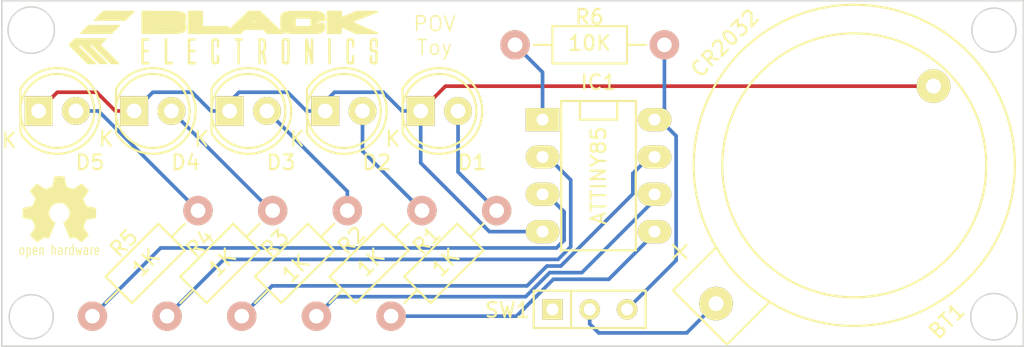
<source format=kicad_pcb>
(kicad_pcb (version 20171130) (host pcbnew "(5.1.12)-1")

  (general
    (thickness 1.6)
    (drawings 9)
    (tracks 93)
    (zones 0)
    (modules 16)
    (nets 16)
  )

  (page A4)
  (layers
    (0 F.Cu signal)
    (31 B.Cu signal)
    (32 B.Adhes user)
    (33 F.Adhes user hide)
    (34 B.Paste user)
    (35 F.Paste user)
    (36 B.SilkS user)
    (37 F.SilkS user)
    (38 B.Mask user)
    (39 F.Mask user)
    (40 Dwgs.User user)
    (41 Cmts.User user)
    (42 Eco1.User user)
    (43 Eco2.User user)
    (44 Edge.Cuts user)
    (45 Margin user)
    (46 B.CrtYd user)
    (47 F.CrtYd user)
    (48 B.Fab user)
    (49 F.Fab user)
  )

  (setup
    (last_trace_width 0.25)
    (trace_clearance 0.2)
    (zone_clearance 0.508)
    (zone_45_only no)
    (trace_min 0.2)
    (via_size 0.6)
    (via_drill 0.4)
    (via_min_size 0.4)
    (via_min_drill 0.3)
    (uvia_size 0.3)
    (uvia_drill 0.1)
    (uvias_allowed no)
    (uvia_min_size 0.2)
    (uvia_min_drill 0.1)
    (edge_width 0.1)
    (segment_width 0.2)
    (pcb_text_width 0.3)
    (pcb_text_size 1.5 1.5)
    (mod_edge_width 0.15)
    (mod_text_size 1 1)
    (mod_text_width 0.15)
    (pad_size 1.5 1.5)
    (pad_drill 0.6)
    (pad_to_mask_clearance 0)
    (aux_axis_origin 0 0)
    (visible_elements 7FFFFFFF)
    (pcbplotparams
      (layerselection 0x010fc_80000001)
      (usegerberextensions true)
      (usegerberattributes true)
      (usegerberadvancedattributes true)
      (creategerberjobfile true)
      (excludeedgelayer true)
      (linewidth 0.100000)
      (plotframeref false)
      (viasonmask false)
      (mode 1)
      (useauxorigin false)
      (hpglpennumber 1)
      (hpglpenspeed 20)
      (hpglpendiameter 15.000000)
      (psnegative false)
      (psa4output false)
      (plotreference true)
      (plotvalue true)
      (plotinvisibletext false)
      (padsonsilk false)
      (subtractmaskfromsilk false)
      (outputformat 1)
      (mirror false)
      (drillshape 0)
      (scaleselection 1)
      (outputdirectory "Gerbers/"))
  )

  (net 0 "")
  (net 1 GND)
  (net 2 /D0)
  (net 3 /D1)
  (net 4 /D2)
  (net 5 /D3)
  (net 6 /D4)
  (net 7 /~R)
  (net 8 "Net-(IC1-Pad2)")
  (net 9 "Net-(IC1-Pad3)")
  (net 10 /MOSI)
  (net 11 /MISO)
  (net 12 /SCK)
  (net 13 /3V3)
  (net 14 "Net-(SW1-Pad1)")
  (net 15 "Net-(BT1-Pad1)")

  (net_class Default "This is the default net class."
    (clearance 0.2)
    (trace_width 0.25)
    (via_dia 0.6)
    (via_drill 0.4)
    (uvia_dia 0.3)
    (uvia_drill 0.1)
    (add_net /3V3)
    (add_net /D0)
    (add_net /D1)
    (add_net /D2)
    (add_net /D3)
    (add_net /D4)
    (add_net /MISO)
    (add_net /MOSI)
    (add_net /SCK)
    (add_net /~R)
    (add_net GND)
    (add_net "Net-(BT1-Pad1)")
    (add_net "Net-(IC1-Pad2)")
    (add_net "Net-(IC1-Pad3)")
    (add_net "Net-(SW1-Pad1)")
  )

  (module LEDs:LED-5MM (layer F.Cu) (tedit 560CF2E6) (tstamp 560BD7BC)
    (at 154 92.5)
    (descr "LED 5mm round vertical")
    (tags "LED 5mm round vertical")
    (path /560BB104)
    (fp_text reference D1 (at 3.5 3.5) (layer F.SilkS)
      (effects (font (size 1 1) (thickness 0.15)))
    )
    (fp_text value LED (at 1.524 -3.937) (layer F.Fab)
      (effects (font (size 1 1) (thickness 0.15)))
    )
    (fp_line (start -1.5 -1.55) (end -1.5 1.55) (layer F.CrtYd) (width 0.05))
    (fp_line (start -1.23 1.5) (end -1.23 -1.5) (layer F.SilkS) (width 0.15))
    (fp_circle (center 1.27 0) (end 0.97 -2.5) (layer F.SilkS) (width 0.15))
    (fp_text user K (at -1.905 1.905) (layer F.SilkS)
      (effects (font (size 1 1) (thickness 0.15)))
    )
    (fp_arc (start 1.3 0) (end -1.5 1.55) (angle -302) (layer F.CrtYd) (width 0.05))
    (fp_arc (start 1.27 0) (end -1.23 -1.5) (angle 297.5) (layer F.SilkS) (width 0.15))
    (pad 1 thru_hole rect (at 0 0 90) (size 2 1.9) (drill 1.00076) (layers *.Cu *.Mask F.SilkS)
      (net 1 GND))
    (pad 2 thru_hole circle (at 2.54 0) (size 1.9 1.9) (drill 1.00076) (layers *.Cu *.Mask F.SilkS)
      (net 2 /D0))
    (model LEDs.3dshapes/LED-5MM.wrl
      (offset (xyz 1.269999980926514 0 0))
      (scale (xyz 1 1 1))
      (rotate (xyz 0 0 90))
    )
  )

  (module LEDs:LED-5MM (layer F.Cu) (tedit 560CF2E4) (tstamp 560BD7C2)
    (at 147.5 92.5)
    (descr "LED 5mm round vertical")
    (tags "LED 5mm round vertical")
    (path /560BB1FF)
    (fp_text reference D2 (at 3.5 3.5) (layer F.SilkS)
      (effects (font (size 1 1) (thickness 0.15)))
    )
    (fp_text value LED (at 1.524 -3.937) (layer F.Fab)
      (effects (font (size 1 1) (thickness 0.15)))
    )
    (fp_line (start -1.5 -1.55) (end -1.5 1.55) (layer F.CrtYd) (width 0.05))
    (fp_line (start -1.23 1.5) (end -1.23 -1.5) (layer F.SilkS) (width 0.15))
    (fp_circle (center 1.27 0) (end 0.97 -2.5) (layer F.SilkS) (width 0.15))
    (fp_text user K (at -1.905 1.905) (layer F.SilkS)
      (effects (font (size 1 1) (thickness 0.15)))
    )
    (fp_arc (start 1.3 0) (end -1.5 1.55) (angle -302) (layer F.CrtYd) (width 0.05))
    (fp_arc (start 1.27 0) (end -1.23 -1.5) (angle 297.5) (layer F.SilkS) (width 0.15))
    (pad 1 thru_hole rect (at 0 0 90) (size 2 1.9) (drill 1.00076) (layers *.Cu *.Mask F.SilkS)
      (net 1 GND))
    (pad 2 thru_hole circle (at 2.54 0) (size 1.9 1.9) (drill 1.00076) (layers *.Cu *.Mask F.SilkS)
      (net 3 /D1))
    (model LEDs.3dshapes/LED-5MM.wrl
      (offset (xyz 1.269999980926514 0 0))
      (scale (xyz 1 1 1))
      (rotate (xyz 0 0 90))
    )
  )

  (module LEDs:LED-5MM (layer F.Cu) (tedit 560CF2E0) (tstamp 560BD7C8)
    (at 141 92.5)
    (descr "LED 5mm round vertical")
    (tags "LED 5mm round vertical")
    (path /560BB22E)
    (fp_text reference D3 (at 3.5 3.5) (layer F.SilkS)
      (effects (font (size 1 1) (thickness 0.15)))
    )
    (fp_text value LED (at 1.524 -3.937) (layer F.Fab)
      (effects (font (size 1 1) (thickness 0.15)))
    )
    (fp_line (start -1.5 -1.55) (end -1.5 1.55) (layer F.CrtYd) (width 0.05))
    (fp_line (start -1.23 1.5) (end -1.23 -1.5) (layer F.SilkS) (width 0.15))
    (fp_circle (center 1.27 0) (end 0.97 -2.5) (layer F.SilkS) (width 0.15))
    (fp_text user K (at -1.905 1.905) (layer F.SilkS)
      (effects (font (size 1 1) (thickness 0.15)))
    )
    (fp_arc (start 1.3 0) (end -1.5 1.55) (angle -302) (layer F.CrtYd) (width 0.05))
    (fp_arc (start 1.27 0) (end -1.23 -1.5) (angle 297.5) (layer F.SilkS) (width 0.15))
    (pad 1 thru_hole rect (at 0 0 90) (size 2 1.9) (drill 1.00076) (layers *.Cu *.Mask F.SilkS)
      (net 1 GND))
    (pad 2 thru_hole circle (at 2.54 0) (size 1.9 1.9) (drill 1.00076) (layers *.Cu *.Mask F.SilkS)
      (net 4 /D2))
    (model LEDs.3dshapes/LED-5MM.wrl
      (offset (xyz 1.269999980926514 0 0))
      (scale (xyz 1 1 1))
      (rotate (xyz 0 0 90))
    )
  )

  (module LEDs:LED-5MM (layer F.Cu) (tedit 560CF2DE) (tstamp 560BD7CE)
    (at 134.5 92.5)
    (descr "LED 5mm round vertical")
    (tags "LED 5mm round vertical")
    (path /560BB260)
    (fp_text reference D4 (at 3.5 3.5) (layer F.SilkS)
      (effects (font (size 1 1) (thickness 0.15)))
    )
    (fp_text value LED (at 1.524 -3.937) (layer F.Fab)
      (effects (font (size 1 1) (thickness 0.15)))
    )
    (fp_line (start -1.5 -1.55) (end -1.5 1.55) (layer F.CrtYd) (width 0.05))
    (fp_line (start -1.23 1.5) (end -1.23 -1.5) (layer F.SilkS) (width 0.15))
    (fp_circle (center 1.27 0) (end 0.97 -2.5) (layer F.SilkS) (width 0.15))
    (fp_text user K (at -1.905 1.905) (layer F.SilkS)
      (effects (font (size 1 1) (thickness 0.15)))
    )
    (fp_arc (start 1.3 0) (end -1.5 1.55) (angle -302) (layer F.CrtYd) (width 0.05))
    (fp_arc (start 1.27 0) (end -1.23 -1.5) (angle 297.5) (layer F.SilkS) (width 0.15))
    (pad 1 thru_hole rect (at 0 0 90) (size 2 1.9) (drill 1.00076) (layers *.Cu *.Mask F.SilkS)
      (net 1 GND))
    (pad 2 thru_hole circle (at 2.54 0) (size 1.9 1.9) (drill 1.00076) (layers *.Cu *.Mask F.SilkS)
      (net 5 /D3))
    (model LEDs.3dshapes/LED-5MM.wrl
      (offset (xyz 1.269999980926514 0 0))
      (scale (xyz 1 1 1))
      (rotate (xyz 0 0 90))
    )
  )

  (module LEDs:LED-5MM (layer F.Cu) (tedit 560CF2EF) (tstamp 560BD7D4)
    (at 128 92.5)
    (descr "LED 5mm round vertical")
    (tags "LED 5mm round vertical")
    (path /560BB295)
    (fp_text reference D5 (at 3.5 3.5) (layer F.SilkS)
      (effects (font (size 1 1) (thickness 0.15)))
    )
    (fp_text value LED (at 2.5 -4) (layer F.Fab)
      (effects (font (size 1 1) (thickness 0.15)))
    )
    (fp_line (start -1.5 -1.55) (end -1.5 1.55) (layer F.CrtYd) (width 0.05))
    (fp_line (start -1.23 1.5) (end -1.23 -1.5) (layer F.SilkS) (width 0.15))
    (fp_circle (center 1.27 0) (end 0.97 -2.5) (layer F.SilkS) (width 0.15))
    (fp_text user K (at -2 2) (layer F.SilkS)
      (effects (font (size 1 1) (thickness 0.15)))
    )
    (fp_arc (start 1.3 0) (end -1.5 1.55) (angle -302) (layer F.CrtYd) (width 0.05))
    (fp_arc (start 1.27 0) (end -1.23 -1.5) (angle 297.5) (layer F.SilkS) (width 0.15))
    (pad 1 thru_hole rect (at 0 0 90) (size 2 1.9) (drill 1.00076) (layers *.Cu *.Mask F.SilkS)
      (net 1 GND))
    (pad 2 thru_hole circle (at 2.54 0) (size 1.9 1.9) (drill 1.00076) (layers *.Cu *.Mask F.SilkS)
      (net 6 /D4))
    (model LEDs.3dshapes/LED-5MM.wrl
      (offset (xyz 1.269999980926514 0 0))
      (scale (xyz 1 1 1))
      (rotate (xyz 0 0 90))
    )
  )

  (module Sockets_DIP:DIP-8__300_ELL (layer F.Cu) (tedit 581476F8) (tstamp 560BD7E0)
    (at 166.1 96.9 270)
    (descr "8 pins DIL package, elliptical pads")
    (tags DIL)
    (path /560BAE1F)
    (fp_text reference IC1 (at -6.35 0) (layer F.SilkS)
      (effects (font (size 1 1) (thickness 0.15)))
    )
    (fp_text value ATTINY85 (at 0 0 270) (layer F.SilkS)
      (effects (font (size 1 1) (thickness 0.15)))
    )
    (fp_line (start -5.08 -1.27) (end -3.81 -1.27) (layer F.SilkS) (width 0.15))
    (fp_line (start -3.81 -1.27) (end -3.81 1.27) (layer F.SilkS) (width 0.15))
    (fp_line (start -3.81 1.27) (end -5.08 1.27) (layer F.SilkS) (width 0.15))
    (fp_line (start -5.08 -2.54) (end 5.08 -2.54) (layer F.SilkS) (width 0.15))
    (fp_line (start 5.08 -2.54) (end 5.08 2.54) (layer F.SilkS) (width 0.15))
    (fp_line (start 5.08 2.54) (end -5.08 2.54) (layer F.SilkS) (width 0.15))
    (fp_line (start -5.08 2.54) (end -5.08 -2.54) (layer F.SilkS) (width 0.15))
    (pad 1 thru_hole rect (at -3.81 3.81 270) (size 1.5748 2.286) (drill 0.8128) (layers *.Cu *.Mask F.SilkS)
      (net 7 /~R))
    (pad 2 thru_hole oval (at -1.27 3.81 270) (size 1.5748 2.286) (drill 0.8128) (layers *.Cu *.Mask F.SilkS)
      (net 8 "Net-(IC1-Pad2)"))
    (pad 3 thru_hole oval (at 1.27 3.81 270) (size 1.5748 2.286) (drill 0.8128) (layers *.Cu *.Mask F.SilkS)
      (net 9 "Net-(IC1-Pad3)"))
    (pad 4 thru_hole oval (at 3.81 3.81 270) (size 1.5748 2.286) (drill 0.8128) (layers *.Cu *.Mask F.SilkS)
      (net 1 GND))
    (pad 5 thru_hole oval (at 3.81 -3.81 270) (size 1.5748 2.286) (drill 0.8128) (layers *.Cu *.Mask F.SilkS)
      (net 10 /MOSI))
    (pad 6 thru_hole oval (at 1.27 -3.81 270) (size 1.5748 2.286) (drill 0.8128) (layers *.Cu *.Mask F.SilkS)
      (net 11 /MISO))
    (pad 7 thru_hole oval (at -1.27 -3.81 270) (size 1.5748 2.286) (drill 0.8128) (layers *.Cu *.Mask F.SilkS)
      (net 12 /SCK))
    (pad 8 thru_hole oval (at -3.81 -3.81 270) (size 1.5748 2.286) (drill 0.8128) (layers *.Cu *.Mask F.SilkS)
      (net 13 /3V3))
    (model Sockets_DIP.3dshapes/DIP-8__300_ELL.wrl
      (at (xyz 0 0 0))
      (scale (xyz 1 1 1))
      (rotate (xyz 0 0 0))
    )
  )

  (module Resistors_ThroughHole:Resistor_Horizontal_RM10mm (layer F.Cu) (tedit 581476EC) (tstamp 560BD80E)
    (at 165.5 88)
    (descr "Resistor, Axial,  RM 10mm, 1/3W,")
    (tags "Resistor, Axial, RM 10mm, 1/3W,")
    (path /560BB048)
    (fp_text reference R6 (at -0.019 -1.894) (layer F.SilkS)
      (effects (font (size 1 1) (thickness 0.15)))
    )
    (fp_text value 10K (at -0.019 -0.116) (layer F.SilkS)
      (effects (font (size 1 1) (thickness 0.15)))
    )
    (fp_line (start -2.54 -1.27) (end 2.54 -1.27) (layer F.SilkS) (width 0.15))
    (fp_line (start 2.54 -1.27) (end 2.54 1.27) (layer F.SilkS) (width 0.15))
    (fp_line (start 2.54 1.27) (end -2.54 1.27) (layer F.SilkS) (width 0.15))
    (fp_line (start -2.54 1.27) (end -2.54 -1.27) (layer F.SilkS) (width 0.15))
    (fp_line (start -2.54 0) (end -3.81 0) (layer F.SilkS) (width 0.15))
    (fp_line (start 2.54 0) (end 3.81 0) (layer F.SilkS) (width 0.15))
    (pad 1 thru_hole circle (at -5.08 0) (size 1.99898 1.99898) (drill 1.00076) (layers *.Cu *.SilkS *.Mask)
      (net 7 /~R))
    (pad 2 thru_hole circle (at 5.08 0) (size 1.99898 1.99898) (drill 1.00076) (layers *.Cu *.SilkS *.Mask)
      (net 13 /3V3))
    (model Resistors_ThroughHole.3dshapes/Resistor_Horizontal_RM10mm.wrl
      (at (xyz 0 0 0))
      (scale (xyz 0.4 0.4 0.4))
      (rotate (xyz 0 0 0))
    )
  )

  (module Buttons_Switches_ThroughHole:SW_Micro_SPST (layer F.Cu) (tedit 58147610) (tstamp 560BD815)
    (at 165.5 106)
    (tags "Switch Micro SPST")
    (path /560BB533)
    (fp_text reference SW1 (at -5.607 0.045) (layer F.SilkS)
      (effects (font (size 1 1) (thickness 0.15)))
    )
    (fp_text value SPDT (at -6.5 0) (layer F.Fab)
      (effects (font (size 1 1) (thickness 0.15)))
    )
    (fp_line (start -3.81 1.27) (end -3.81 -1.27) (layer F.SilkS) (width 0.15))
    (fp_line (start -3.81 -1.27) (end 3.81 -1.27) (layer F.SilkS) (width 0.15))
    (fp_line (start 3.81 -1.27) (end 3.81 1.27) (layer F.SilkS) (width 0.15))
    (fp_line (start 3.81 1.27) (end -3.81 1.27) (layer F.SilkS) (width 0.15))
    (fp_line (start -1.27 -1.27) (end -1.27 1.27) (layer F.SilkS) (width 0.15))
    (pad 1 thru_hole rect (at -2.54 0) (size 1.397 1.397) (drill 0.8128) (layers *.Cu *.Mask F.SilkS)
      (net 14 "Net-(SW1-Pad1)"))
    (pad 2 thru_hole circle (at 0 0) (size 1.397 1.397) (drill 0.8128) (layers *.Cu *.Mask F.SilkS)
      (net 15 "Net-(BT1-Pad1)"))
    (pad 3 thru_hole circle (at 2.54 0) (size 1.397 1.397) (drill 0.8128) (layers *.Cu *.Mask F.SilkS)
      (net 13 /3V3))
    (model Buttons_Switches_ThroughHole.3dshapes/SW_Micro_SPST.wrl
      (at (xyz 0 0 0))
      (scale (xyz 0.33 0.33 0.33))
      (rotate (xyz 0 0 0))
    )
  )

  (module terminal:CR2032H (layer F.Cu) (tedit 5814743E) (tstamp 58147176)
    (at 183.5 96.2 225)
    (path /560BB5DC)
    (fp_text reference BT1 (at 3.040559 -11.950105 225) (layer F.SilkS)
      (effects (font (size 1 1) (thickness 0.15)))
    )
    (fp_text value CR2032 (at 0.353553 12.091526 225) (layer F.SilkS)
      (effects (font (size 1 1) (thickness 0.15)))
    )
    (fp_line (start 14.7 -2.5) (end 10.7 -2.5) (layer F.SilkS) (width 0.15))
    (fp_line (start 14.7 2.7) (end 10.6 2.7) (layer F.SilkS) (width 0.15))
    (fp_line (start 12.54 3.61) (end 12.54 4.88) (layer F.SilkS) (width 0.15))
    (fp_line (start 11.905 4.245) (end 13.175 4.245) (layer F.SilkS) (width 0.15))
    (fp_line (start 14.745 -2.44) (end 14.745 2.64) (layer F.SilkS) (width 0.15))
    (fp_circle (center 0 0) (end -1.27 -8.89) (layer F.SilkS) (width 0.15))
    (fp_circle (center 0 0) (end 6.35 8.89) (layer F.SilkS) (width 0.15))
    (pad 2 thru_hole circle (at -7.62 0 225) (size 2.286 2.286) (drill 1.016) (layers *.Cu *.Mask F.SilkS)
      (net 1 GND))
    (pad 1 thru_hole circle (at 13.3 0 225) (size 2.286 2.286) (drill 1.016) (layers *.Cu *.Mask F.SilkS)
      (net 15 "Net-(BT1-Pad1)"))
  )

  (module Resistors_ThroughHole:Resistor_Horizontal_RM10mm (layer F.Cu) (tedit 581476DC) (tstamp 5814717B)
    (at 155.575 102.87 45)
    (descr "Resistor, Axial,  RM 10mm, 1/3W,")
    (tags "Resistor, Axial, RM 10mm, 1/3W,")
    (path /560BAEE9)
    (fp_text reference R1 (at 0.279307 -1.941008 45) (layer F.SilkS)
      (effects (font (size 1 1) (thickness 0.15)))
    )
    (fp_text value 1K (at 0.137886 0.038891 45) (layer F.SilkS)
      (effects (font (size 1 1) (thickness 0.15)))
    )
    (fp_line (start -2.54 -1.27) (end 2.54 -1.27) (layer F.SilkS) (width 0.15))
    (fp_line (start 2.54 -1.27) (end 2.54 1.27) (layer F.SilkS) (width 0.15))
    (fp_line (start 2.54 1.27) (end -2.54 1.27) (layer F.SilkS) (width 0.15))
    (fp_line (start -2.54 1.27) (end -2.54 -1.27) (layer F.SilkS) (width 0.15))
    (fp_line (start -2.54 0) (end -3.81 0) (layer F.SilkS) (width 0.15))
    (fp_line (start 2.54 0) (end 3.81 0) (layer F.SilkS) (width 0.15))
    (pad 1 thru_hole circle (at -5.08 0 45) (size 1.99898 1.99898) (drill 1.00076) (layers *.Cu *.SilkS *.Mask)
      (net 10 /MOSI))
    (pad 2 thru_hole circle (at 5.08 0 45) (size 1.99898 1.99898) (drill 1.00076) (layers *.Cu *.SilkS *.Mask)
      (net 2 /D0))
    (model Resistors_ThroughHole.3dshapes/Resistor_Horizontal_RM10mm.wrl
      (at (xyz 0 0 0))
      (scale (xyz 0.4 0.4 0.4))
      (rotate (xyz 0 0 0))
    )
  )

  (module Resistors_ThroughHole:Resistor_Horizontal_RM10mm (layer F.Cu) (tedit 581476D8) (tstamp 58147180)
    (at 150.495 102.87 45)
    (descr "Resistor, Axial,  RM 10mm, 1/3W,")
    (tags "Resistor, Axial, RM 10mm, 1/3W,")
    (path /560BAFBA)
    (fp_text reference R2 (at 0.265165 -1.95515 45) (layer F.SilkS)
      (effects (font (size 1 1) (thickness 0.15)))
    )
    (fp_text value 1K (at 0.123744 0.024749 45) (layer F.SilkS)
      (effects (font (size 1 1) (thickness 0.15)))
    )
    (fp_line (start -2.54 -1.27) (end 2.54 -1.27) (layer F.SilkS) (width 0.15))
    (fp_line (start 2.54 -1.27) (end 2.54 1.27) (layer F.SilkS) (width 0.15))
    (fp_line (start 2.54 1.27) (end -2.54 1.27) (layer F.SilkS) (width 0.15))
    (fp_line (start -2.54 1.27) (end -2.54 -1.27) (layer F.SilkS) (width 0.15))
    (fp_line (start -2.54 0) (end -3.81 0) (layer F.SilkS) (width 0.15))
    (fp_line (start 2.54 0) (end 3.81 0) (layer F.SilkS) (width 0.15))
    (pad 1 thru_hole circle (at -5.08 0 45) (size 1.99898 1.99898) (drill 1.00076) (layers *.Cu *.SilkS *.Mask)
      (net 11 /MISO))
    (pad 2 thru_hole circle (at 5.08 0 45) (size 1.99898 1.99898) (drill 1.00076) (layers *.Cu *.SilkS *.Mask)
      (net 3 /D1))
    (model Resistors_ThroughHole.3dshapes/Resistor_Horizontal_RM10mm.wrl
      (at (xyz 0 0 0))
      (scale (xyz 0.4 0.4 0.4))
      (rotate (xyz 0 0 0))
    )
  )

  (module Resistors_ThroughHole:Resistor_Horizontal_RM10mm (layer F.Cu) (tedit 581476D5) (tstamp 58147185)
    (at 145.415 102.87 45)
    (descr "Resistor, Axial,  RM 10mm, 1/3W,")
    (tags "Resistor, Axial, RM 10mm, 1/3W,")
    (path /560BAFD7)
    (fp_text reference R3 (at 0.038891 -1.898582 45) (layer F.SilkS)
      (effects (font (size 1 1) (thickness 0.15)))
    )
    (fp_text value 1K (at -0.173241 0.293449 45) (layer F.SilkS)
      (effects (font (size 1 1) (thickness 0.15)))
    )
    (fp_line (start -2.54 -1.27) (end 2.54 -1.27) (layer F.SilkS) (width 0.15))
    (fp_line (start 2.54 -1.27) (end 2.54 1.27) (layer F.SilkS) (width 0.15))
    (fp_line (start 2.54 1.27) (end -2.54 1.27) (layer F.SilkS) (width 0.15))
    (fp_line (start -2.54 1.27) (end -2.54 -1.27) (layer F.SilkS) (width 0.15))
    (fp_line (start -2.54 0) (end -3.81 0) (layer F.SilkS) (width 0.15))
    (fp_line (start 2.54 0) (end 3.81 0) (layer F.SilkS) (width 0.15))
    (pad 1 thru_hole circle (at -5.08 0 45) (size 1.99898 1.99898) (drill 1.00076) (layers *.Cu *.SilkS *.Mask)
      (net 12 /SCK))
    (pad 2 thru_hole circle (at 5.08 0 45) (size 1.99898 1.99898) (drill 1.00076) (layers *.Cu *.SilkS *.Mask)
      (net 4 /D2))
    (model Resistors_ThroughHole.3dshapes/Resistor_Horizontal_RM10mm.wrl
      (at (xyz 0 0 0))
      (scale (xyz 0.4 0.4 0.4))
      (rotate (xyz 0 0 0))
    )
  )

  (module Resistors_ThroughHole:Resistor_Horizontal_RM10mm (layer F.Cu) (tedit 581476D2) (tstamp 5814718A)
    (at 140.335 102.87 45)
    (descr "Resistor, Axial,  RM 10mm, 1/3W,")
    (tags "Resistor, Axial, RM 10mm, 1/3W,")
    (path /560BAFFF)
    (fp_text reference R4 (at 0.024749 -1.912724 45) (layer F.SilkS)
      (effects (font (size 1 1) (thickness 0.15)))
    )
    (fp_text value 1K (at 0.16617 0.067175 45) (layer F.SilkS)
      (effects (font (size 1 1) (thickness 0.15)))
    )
    (fp_line (start -2.54 -1.27) (end 2.54 -1.27) (layer F.SilkS) (width 0.15))
    (fp_line (start 2.54 -1.27) (end 2.54 1.27) (layer F.SilkS) (width 0.15))
    (fp_line (start 2.54 1.27) (end -2.54 1.27) (layer F.SilkS) (width 0.15))
    (fp_line (start -2.54 1.27) (end -2.54 -1.27) (layer F.SilkS) (width 0.15))
    (fp_line (start -2.54 0) (end -3.81 0) (layer F.SilkS) (width 0.15))
    (fp_line (start 2.54 0) (end 3.81 0) (layer F.SilkS) (width 0.15))
    (pad 1 thru_hole circle (at -5.08 0 45) (size 1.99898 1.99898) (drill 1.00076) (layers *.Cu *.SilkS *.Mask)
      (net 8 "Net-(IC1-Pad2)"))
    (pad 2 thru_hole circle (at 5.08 0 45) (size 1.99898 1.99898) (drill 1.00076) (layers *.Cu *.SilkS *.Mask)
      (net 5 /D3))
    (model Resistors_ThroughHole.3dshapes/Resistor_Horizontal_RM10mm.wrl
      (at (xyz 0 0 0))
      (scale (xyz 0.4 0.4 0.4))
      (rotate (xyz 0 0 0))
    )
  )

  (module Resistors_ThroughHole:Resistor_Horizontal_RM10mm (layer F.Cu) (tedit 581476CF) (tstamp 5814718F)
    (at 135.255 102.87 45)
    (descr "Resistor, Axial,  RM 10mm, 1/3W,")
    (tags "Resistor, Axial, RM 10mm, 1/3W,")
    (path /560BB022)
    (fp_text reference R5 (at -0.060104 -1.997577 225) (layer F.SilkS)
      (effects (font (size 1 1) (thickness 0.15)))
    )
    (fp_text value 1K (at 0.081317 -0.017678 45) (layer F.SilkS)
      (effects (font (size 1 1) (thickness 0.15)))
    )
    (fp_line (start -2.54 -1.27) (end 2.54 -1.27) (layer F.SilkS) (width 0.15))
    (fp_line (start 2.54 -1.27) (end 2.54 1.27) (layer F.SilkS) (width 0.15))
    (fp_line (start 2.54 1.27) (end -2.54 1.27) (layer F.SilkS) (width 0.15))
    (fp_line (start -2.54 1.27) (end -2.54 -1.27) (layer F.SilkS) (width 0.15))
    (fp_line (start -2.54 0) (end -3.81 0) (layer F.SilkS) (width 0.15))
    (fp_line (start 2.54 0) (end 3.81 0) (layer F.SilkS) (width 0.15))
    (pad 1 thru_hole circle (at -5.08 0 45) (size 1.99898 1.99898) (drill 1.00076) (layers *.Cu *.SilkS *.Mask)
      (net 9 "Net-(IC1-Pad3)"))
    (pad 2 thru_hole circle (at 5.08 0 45) (size 1.99898 1.99898) (drill 1.00076) (layers *.Cu *.SilkS *.Mask)
      (net 6 /D4))
    (model Resistors_ThroughHole.3dshapes/Resistor_Horizontal_RM10mm.wrl
      (at (xyz 0 0 0))
      (scale (xyz 0.4 0.4 0.4))
      (rotate (xyz 0 0 0))
    )
  )

  (module logo:3k5 (layer F.Cu) (tedit 0) (tstamp 7FFFFFFF)
    (at 140.589 87.503)
    (path /58147508)
    (fp_text reference P1 (at 0 0) (layer F.SilkS) hide
      (effects (font (size 1.524 1.524) (thickness 0.3)))
    )
    (fp_text value Logo (at 0.75 0) (layer F.SilkS) hide
      (effects (font (size 1.524 1.524) (thickness 0.3)))
    )
    (fp_poly (pts (xy -5.101771 1.778) (xy -5.326742 1.778) (xy -5.551714 1.778) (xy -5.551714 0.9398)
      (xy -5.551714 0.1016) (xy -5.334 0.1016) (xy -5.116285 0.1016) (xy -5.116285 0.137885)
      (xy -5.116285 0.174171) (xy -5.297714 0.174171) (xy -5.479142 0.174171) (xy -5.479142 0.526142)
      (xy -5.479142 0.878114) (xy -5.312228 0.878114) (xy -5.145314 0.878114) (xy -5.145314 0.918028)
      (xy -5.145314 0.957942) (xy -5.312228 0.957942) (xy -5.479142 0.957942) (xy -5.479142 1.328057)
      (xy -5.479142 1.698171) (xy -5.290457 1.698171) (xy -5.101771 1.698171) (xy -5.101771 1.738085)
      (xy -5.101771 1.778)) (layer F.SilkS) (width 0.1))
    (fp_poly (pts (xy -3.5052 1.778) (xy -3.730171 1.778) (xy -3.955142 1.778) (xy -3.955142 1.394568)
      (xy -3.955233 1.311892) (xy -3.955494 1.217759) (xy -3.955907 1.115225) (xy -3.956455 1.007345)
      (xy -3.957121 0.897176) (xy -3.957886 0.787774) (xy -3.958734 0.682194) (xy -3.959647 0.583492)
      (xy -3.959962 0.552739) (xy -3.964781 0.094342) (xy -3.923676 0.094342) (xy -3.882571 0.094342)
      (xy -3.882571 0.896257) (xy -3.882571 1.698171) (xy -3.698421 1.698171) (xy -3.514271 1.698171)
      (xy -3.509735 1.72085) (xy -3.506404 1.74308) (xy -3.5052 1.760764) (xy -3.5052 1.778)) (layer F.SilkS) (width 0.1))
    (fp_poly (pts (xy -1.937657 1.778) (xy -2.162628 1.778) (xy -2.3876 1.778) (xy -2.3876 0.9398)
      (xy -2.3876 0.1016) (xy -2.169885 0.1016) (xy -1.952171 0.1016) (xy -1.952171 0.137885)
      (xy -1.952171 0.174171) (xy -2.133669 0.174171) (xy -2.315168 0.174171) (xy -2.313284 0.524328)
      (xy -2.3114 0.874485) (xy -2.1463 0.876436) (xy -1.9812 0.878386) (xy -1.9812 0.918164)
      (xy -1.9812 0.957942) (xy -2.148114 0.957942) (xy -2.315028 0.957942) (xy -2.315028 1.328057)
      (xy -2.315028 1.698171) (xy -2.126342 1.698171) (xy -1.937657 1.698171) (xy -1.937657 1.738085)
      (xy -1.937657 1.778)) (layer F.SilkS) (width 0.1))
    (fp_poly (pts (xy -0.340268 0.624114) (xy -0.372719 0.624114) (xy -0.405171 0.624114) (xy -0.407641 0.429985)
      (xy -0.408492 0.370644) (xy -0.409444 0.324005) (xy -0.410627 0.288256) (xy -0.41217 0.261584)
      (xy -0.414202 0.242177) (xy -0.416855 0.228223) (xy -0.420256 0.217909) (xy -0.423252 0.211699)
      (xy -0.43597 0.193648) (xy -0.452902 0.180857) (xy -0.476318 0.172674) (xy -0.50849 0.168448)
      (xy -0.551687 0.167526) (xy -0.575409 0.168018) (xy -0.661609 0.170563) (xy -0.682136 0.193537)
      (xy -0.699467 0.221075) (xy -0.710745 0.255437) (xy -0.712282 0.268517) (xy -0.713606 0.292191)
      (xy -0.714721 0.326875) (xy -0.71563 0.37299) (xy -0.716337 0.430953) (xy -0.716845 0.501183)
      (xy -0.717158 0.584099) (xy -0.71728 0.680119) (xy -0.717214 0.789662) (xy -0.716963 0.913148)
      (xy -0.716827 0.961795) (xy -0.716481 1.075291) (xy -0.716151 1.175181) (xy -0.715815 1.262372)
      (xy -0.715451 1.337771) (xy -0.715037 1.402286) (xy -0.714551 1.456825) (xy -0.713971 1.502294)
      (xy -0.713276 1.539603) (xy -0.712443 1.569657) (xy -0.71145 1.593365) (xy -0.710275 1.611634)
      (xy -0.708896 1.625372) (xy -0.707293 1.635487) (xy -0.705441 1.642885) (xy -0.70332 1.648475)
      (xy -0.700908 1.653164) (xy -0.700067 1.654628) (xy -0.684634 1.675602) (xy -0.665041 1.690227)
      (xy -0.638705 1.699442) (xy -0.603037 1.704189) (xy -0.560381 1.705417) (xy -0.522448 1.705087)
      (xy -0.491689 1.703168) (xy -0.467353 1.698282) (xy -0.448687 1.689053) (xy -0.434941 1.674105)
      (xy -0.425361 1.65206) (xy -0.419196 1.621543) (xy -0.415694 1.581176) (xy -0.414104 1.529584)
      (xy -0.413673 1.465388) (xy -0.413657 1.436767) (xy -0.413657 1.248228) (xy -0.381 1.248228)
      (xy -0.348342 1.248228) (xy -0.348342 1.457384) (xy -0.348342 1.66654) (xy -0.3683 1.70557)
      (xy -0.380671 1.728569) (xy -0.39254 1.745782) (xy -0.406202 1.758081) (xy -0.423953 1.766338)
      (xy -0.448087 1.771423) (xy -0.480899 1.774208) (xy -0.524684 1.775563) (xy -0.553863 1.77601)
      (xy -0.612488 1.776163) (xy -0.657024 1.774882) (xy -0.687827 1.772149) (xy -0.703254 1.768753)
      (xy -0.732173 1.750982) (xy -0.75665 1.721165) (xy -0.775068 1.681488) (xy -0.780048 1.664654)
      (xy -0.781952 1.655867) (xy -0.783623 1.64477) (xy -0.785075 1.630479) (xy -0.786316 1.612105)
      (xy -0.787359 1.588762) (xy -0.788214 1.559563) (xy -0.788893 1.523621) (xy -0.789406 1.480049)
      (xy -0.789766 1.42796) (xy -0.789982 1.366468) (xy -0.790066 1.294685) (xy -0.790029 1.211725)
      (xy -0.789882 1.116701) (xy -0.789636 1.008726) (xy -0.789389 0.917169) (xy -0.7874 0.214085)
      (xy -0.767092 0.172732) (xy -0.753119 0.146933) (xy -0.738526 0.127774) (xy -0.720892 0.114215)
      (xy -0.697796 0.105216) (xy -0.666817 0.099738) (xy -0.625535 0.096741) (xy -0.587348 0.095518)
      (xy -0.541022 0.095108) (xy -0.50084 0.096049) (xy -0.46967 0.09822) (xy -0.451606 0.101152)
      (xy -0.412193 0.119087) (xy -0.379141 0.149211) (xy -0.360724 0.176898) (xy -0.356062 0.186236)
      (xy -0.352375 0.196021) (xy -0.349528 0.208051) (xy -0.347382 0.224128) (xy -0.345799 0.246051)
      (xy -0.344643 0.275619) (xy -0.343776 0.314634) (xy -0.343059 0.364894) (xy -0.342491 0.415471)
      (xy -0.340268 0.624114)) (layer F.SilkS) (width 0.1))
    (fp_poly (pts (xy 1.248229 0.174171) (xy 1.150258 0.174171) (xy 1.052286 0.174171) (xy 1.052286 0.976085)
      (xy 1.052286 1.778) (xy 1.019629 1.778) (xy 0.986972 1.778) (xy 0.986972 0.976085)
      (xy 0.986972 0.174171) (xy 0.892629 0.174171) (xy 0.798286 0.174171) (xy 0.798286 0.137885)
      (xy 0.798286 0.1016) (xy 1.023258 0.1016) (xy 1.248229 0.1016) (xy 1.248229 0.137885)
      (xy 1.248229 0.174171)) (layer F.SilkS) (width 0.1))
    (fp_poly (pts (xy 2.893205 1.772378) (xy 2.886936 1.776225) (xy 2.871156 1.777777) (xy 2.853036 1.778)
      (xy 2.827608 1.777169) (xy 2.813248 1.774072) (xy 2.806574 1.767804) (xy 2.805604 1.7653)
      (xy 2.803035 1.754726) (xy 2.798 1.732165) (xy 2.790979 1.699844) (xy 2.782455 1.659987)
      (xy 2.772909 1.61482) (xy 2.768322 1.592942) (xy 2.750872 1.510856) (xy 2.733617 1.432221)
      (xy 2.716925 1.358584) (xy 2.701168 1.291492) (xy 2.686716 1.232493) (xy 2.673939 1.183134)
      (xy 2.663208 1.144962) (xy 2.655053 1.119948) (xy 2.642273 1.092416) (xy 2.626254 1.066748)
      (xy 2.615766 1.0541) (xy 2.603293 1.04238) (xy 2.591933 1.035368) (xy 2.577474 1.031859)
      (xy 2.555707 1.030644) (xy 2.533469 1.030514) (xy 2.474686 1.030514) (xy 2.474686 1.404257)
      (xy 2.474686 1.778) (xy 2.442029 1.778) (xy 2.409372 1.778) (xy 2.409372 0.935324)
      (xy 2.409372 0.092648) (xy 2.552873 0.095472) (xy 2.602006 0.096497) (xy 2.638975 0.097569)
      (xy 2.666125 0.098991) (xy 2.685804 0.101065) (xy 2.700358 0.104096) (xy 2.712135 0.108386)
      (xy 2.723481 0.114236) (xy 2.73072 0.118424) (xy 2.757429 0.139534) (xy 2.78019 0.169877)
      (xy 2.799635 0.210768) (xy 2.816394 0.263521) (xy 2.830545 0.326571) (xy 2.837112 0.370925)
      (xy 2.842113 0.425485) (xy 2.845365 0.486008) (xy 2.846686 0.548253) (xy 2.845893 0.607978)
      (xy 2.844185 0.643016) (xy 2.834686 0.735895) (xy 2.819325 0.816206) (xy 2.798168 0.883776)
      (xy 2.775488 0.929882) (xy 2.775488 0.522514) (xy 2.774491 0.441998) (xy 2.770828 0.374416)
      (xy 2.764145 0.318369) (xy 2.75409 0.272463) (xy 2.740307 0.235301) (xy 2.722443 0.205486)
      (xy 2.700143 0.181623) (xy 2.686339 0.170865) (xy 2.672485 0.161606) (xy 2.659912 0.155276)
      (xy 2.645354 0.151213) (xy 2.625539 0.148754) (xy 2.597201 0.147234) (xy 2.564782 0.14621)
      (xy 2.474686 0.14365) (xy 2.474686 0.554063) (xy 2.474686 0.964475) (xy 2.516415 0.96723)
      (xy 2.554084 0.968314) (xy 2.591196 0.966966) (xy 2.623598 0.963522) (xy 2.647139 0.95832)
      (xy 2.652486 0.956162) (xy 2.677834 0.940078) (xy 2.699053 0.918191) (xy 2.717082 0.88868)
      (xy 2.73286 0.849726) (xy 2.747328 0.799509) (xy 2.758357 0.751114) (xy 2.764398 0.720285)
      (xy 2.768841 0.69156) (xy 2.771929 0.661733) (xy 2.7739 0.627602) (xy 2.774995 0.58596)
      (xy 2.775454 0.533605) (xy 2.775488 0.522514) (xy 2.775488 0.929882) (xy 2.771282 0.938433)
      (xy 2.738734 0.980004) (xy 2.70373 1.006607) (xy 2.69877 1.011455) (xy 2.698603 1.01996)
      (xy 2.703922 1.035026) (xy 2.715425 1.059556) (xy 2.717343 1.063455) (xy 2.727649 1.085511)
      (xy 2.737378 1.109177) (xy 2.746923 1.135916) (xy 2.756677 1.167186) (xy 2.767032 1.204449)
      (xy 2.778382 1.249164) (xy 2.79112 1.302792) (xy 2.805639 1.366794) (xy 2.822333 1.442629)
      (xy 2.834457 1.4986) (xy 2.847228 1.557705) (xy 2.859147 1.612645) (xy 2.869844 1.661722)
      (xy 2.878945 1.703242) (xy 2.886081 1.735511) (xy 2.890879 1.756831) (xy 2.892904 1.7653)
      (xy 2.893205 1.772378)) (layer F.SilkS) (width 0.1))
    (fp_poly (pts (xy 4.445 1.658257) (xy 4.429336 1.687285) (xy 4.400385 1.727828) (xy 4.379747 1.744568)
      (xy 4.379747 0.705631) (xy 4.379728 0.611853) (xy 4.379591 0.530079) (xy 4.379274 0.45947)
      (xy 4.378712 0.39919) (xy 4.377843 0.348401) (xy 4.376603 0.306267) (xy 4.374929 0.271951)
      (xy 4.372757 0.244615) (xy 4.370023 0.223422) (xy 4.366666 0.207535) (xy 4.36262 0.196118)
      (xy 4.357823 0.188332) (xy 4.352212 0.183342) (xy 4.345723 0.180309) (xy 4.338292 0.178397)
      (xy 4.329857 0.176769) (xy 4.322342 0.175107) (xy 4.297207 0.170876) (xy 4.264499 0.168253)
      (xy 4.228184 0.167219) (xy 4.192224 0.167753) (xy 4.160583 0.169837) (xy 4.137224 0.173448)
      (xy 4.129315 0.176092) (xy 4.115856 0.187561) (xy 4.101081 0.207207) (xy 4.093029 0.221342)
      (xy 4.074886 0.257628) (xy 4.072743 0.902049) (xy 4.072458 1.012474) (xy 4.072354 1.115969)
      (xy 4.072426 1.211706) (xy 4.072668 1.298857) (xy 4.073075 1.376596) (xy 4.073639 1.444093)
      (xy 4.074357 1.500522) (xy 4.075222 1.545054) (xy 4.076228 1.576863) (xy 4.077369 1.595119)
      (xy 4.077567 1.596745) (xy 4.087578 1.641188) (xy 4.103706 1.672886) (xy 4.1263 1.692411)
      (xy 4.138811 1.697419) (xy 4.159697 1.701135) (xy 4.189353 1.703505) (xy 4.223876 1.704554)
      (xy 4.259361 1.704304) (xy 4.291903 1.702781) (xy 4.317598 1.700008) (xy 4.332117 1.696233)
      (xy 4.347471 1.684045) (xy 4.362476 1.665566) (xy 4.364775 1.661869) (xy 4.367247 1.657447)
      (xy 4.369429 1.652523) (xy 4.371341 1.646216) (xy 4.372998 1.637643) (xy 4.374421 1.625922)
      (xy 4.375625 1.610172) (xy 4.376631 1.589512) (xy 4.377455 1.563058) (xy 4.378116 1.529929)
      (xy 4.378631 1.489244) (xy 4.379019 1.440119) (xy 4.379298 1.381675) (xy 4.379486 1.313028)
      (xy 4.379601 1.233297) (xy 4.37966 1.1416) (xy 4.379683 1.037055) (xy 4.379686 0.932542)
      (xy 4.379712 0.812248) (xy 4.379747 0.705631) (xy 4.379747 1.744568) (xy 4.363856 1.757459)
      (xy 4.345448 1.766729) (xy 4.325757 1.771574) (xy 4.295311 1.775123) (xy 4.257628 1.777364)
      (xy 4.216222 1.778283) (xy 4.17461 1.777871) (xy 4.136305 1.776113) (xy 4.104826 1.773)
      (xy 4.083686 1.768518) (xy 4.08139 1.767626) (xy 4.061381 1.754643) (xy 4.043799 1.736643)
      (xy 4.043138 1.735733) (xy 4.03714 1.727395) (xy 4.031823 1.719636) (xy 4.027148 1.711575)
      (xy 4.023071 1.702333) (xy 4.019553 1.691028) (xy 4.016552 1.676779) (xy 4.014027 1.658707)
      (xy 4.011937 1.63593) (xy 4.010242 1.607569) (xy 4.008899 1.572742) (xy 4.007869 1.530569)
      (xy 4.007109 1.48017) (xy 4.00658 1.420664) (xy 4.006239 1.351171) (xy 4.006046 1.270809)
      (xy 4.005959 1.178699) (xy 4.005939 1.073959) (xy 4.005943 0.95571) (xy 4.005943 0.937915)
      (xy 4.005996 0.80917) (xy 4.006158 0.694388) (xy 4.006435 0.593017) (xy 4.006835 0.504507)
      (xy 4.007362 0.428307) (xy 4.008024 0.363864) (xy 4.008827 0.310629) (xy 4.009776 0.26805)
      (xy 4.010879 0.235575) (xy 4.012141 0.212655) (xy 4.013568 0.198736) (xy 4.014366 0.194915)
      (xy 4.024452 0.172086) (xy 4.04004 0.147376) (xy 4.047175 0.138313) (xy 4.063188 0.122691)
      (xy 4.082272 0.110997) (xy 4.106509 0.102808) (xy 4.137981 0.097707) (xy 4.17877 0.095273)
      (xy 4.23096 0.095085) (xy 4.258793 0.095623) (xy 4.308652 0.097424) (xy 4.346352 0.100613)
      (xy 4.374234 0.105999) (xy 4.394641 0.114394) (xy 4.409915 0.126606) (xy 4.4224 0.143446)
      (xy 4.428601 0.154363) (xy 4.445 0.185057) (xy 4.445 0.921657) (xy 4.445 1.658257)) (layer F.SilkS) (width 0.1))
    (fp_poly (pts (xy 6.0452 1.778) (xy 6.014053 1.778) (xy 5.982905 1.778) (xy 5.832316 1.123042)
      (xy 5.810369 1.027731) (xy 5.789245 0.936278) (xy 5.769184 0.849696) (xy 5.750422 0.769)
      (xy 5.733198 0.695203) (xy 5.717749 0.629319) (xy 5.704312 0.57236) (xy 5.693127 0.525342)
      (xy 5.68443 0.489277) (xy 5.678459 0.465179) (xy 5.675452 0.454061) (xy 5.675269 0.453571)
      (xy 5.674217 0.458283) (xy 5.673227 0.476799) (xy 5.672305 0.508411) (xy 5.671459 0.552407)
      (xy 5.670696 0.608079) (xy 5.670025 0.674717) (xy 5.669452 0.75161) (xy 5.668986 0.83805)
      (xy 5.668633 0.933327) (xy 5.668402 1.036731) (xy 5.66832 1.108528) (xy 5.667829 1.778)
      (xy 5.631543 1.778) (xy 5.595258 1.778) (xy 5.595258 0.9398) (xy 5.595258 0.1016)
      (xy 5.633904 0.1016) (xy 5.67255 0.1016) (xy 5.815651 0.7239) (xy 5.837044 0.81678)
      (xy 5.857613 0.90579) (xy 5.877113 0.989889) (xy 5.8953 1.068034) (xy 5.91193 1.139185)
      (xy 5.926757 1.202299) (xy 5.939538 1.256336) (xy 5.950027 1.300254) (xy 5.95798 1.333012)
      (xy 5.963152 1.353568) (xy 5.965199 1.360714) (xy 5.966273 1.356061) (xy 5.967283 1.337626)
      (xy 5.968221 1.306139) (xy 5.96908 1.262332) (xy 5.96985 1.206936) (xy 5.970523 1.140683)
      (xy 5.971093 1.064303) (xy 5.97155 0.978528) (xy 5.971886 0.884089) (xy 5.972093 0.781718)
      (xy 5.972138 0.738414) (xy 5.972629 0.1016) (xy 6.008915 0.1016) (xy 6.0452 0.1016)
      (xy 6.0452 0.9398) (xy 6.0452 1.778)) (layer F.SilkS) (width 0.1))
    (fp_poly (pts (xy 7.242629 1.778) (xy 7.207518 1.778) (xy 7.172406 1.778) (xy 7.167615 1.533071)
      (xy 7.166844 1.485874) (xy 7.166111 1.425908) (xy 7.165426 1.354914) (xy 7.164799 1.274638)
      (xy 7.16424 1.186824) (xy 7.163758 1.093215) (xy 7.163365 0.995555) (xy 7.16307 0.895588)
      (xy 7.162882 0.795058) (xy 7.162812 0.695709) (xy 7.162812 0.691242) (xy 7.1628 0.094342)
      (xy 7.202715 0.094342) (xy 7.242629 0.094342) (xy 7.242629 0.936171) (xy 7.242629 1.778)) (layer F.SilkS) (width 0.1))
    (fp_poly (pts (xy 8.850086 0.62412) (xy 8.82033 0.624117) (xy 8.790574 0.624114) (xy 8.785463 0.429985)
      (xy 8.783757 0.369815) (xy 8.782078 0.322377) (xy 8.78028 0.285893) (xy 8.77822 0.258583)
      (xy 8.775751 0.238665) (xy 8.772729 0.224361) (xy 8.76901 0.21389) (xy 8.767642 0.211047)
      (xy 8.755693 0.193686) (xy 8.738947 0.18126) (xy 8.715289 0.173187) (xy 8.682604 0.168887)
      (xy 8.638776 0.167779) (xy 8.611716 0.168249) (xy 8.57516 0.169358) (xy 8.5502 0.170783)
      (xy 8.533923 0.173181) (xy 8.523415 0.177206) (xy 8.515763 0.183514) (xy 8.509214 0.191302)
      (xy 8.495614 0.213037) (xy 8.485011 0.237694) (xy 8.484513 0.239302) (xy 8.482974 0.249657)
      (xy 8.481611 0.270159) (xy 8.480418 0.301258) (xy 8.479388 0.343405) (xy 8.478518 0.39705)
      (xy 8.477802 0.462644) (xy 8.477235 0.540637) (xy 8.476811 0.631479) (xy 8.476526 0.735621)
      (xy 8.476374 0.853514) (xy 8.476343 0.943793) (xy 8.476349 1.058167) (xy 8.476378 1.158934)
      (xy 8.47645 1.247001) (xy 8.476584 1.323276) (xy 8.476799 1.388666) (xy 8.477114 1.444079)
      (xy 8.477547 1.490421) (xy 8.478119 1.528601) (xy 8.478847 1.559526) (xy 8.479752 1.584102)
      (xy 8.480852 1.603238) (xy 8.482165 1.61784) (xy 8.483712 1.628817) (xy 8.485511 1.637075)
      (xy 8.487581 1.643521) (xy 8.489941 1.649064) (xy 8.491187 1.651681) (xy 8.504793 1.673129)
      (xy 8.523105 1.688355) (xy 8.548456 1.698231) (xy 8.583178 1.703627) (xy 8.629601 1.705414)
      (xy 8.635064 1.705428) (xy 8.67916 1.70448) (xy 8.711351 1.701088) (xy 8.734158 1.694427)
      (xy 8.7501 1.683674) (xy 8.761698 1.668004) (xy 8.764228 1.663194) (xy 8.768297 1.653599)
      (xy 8.771507 1.641848) (xy 8.773988 1.626102) (xy 8.775869 1.60452) (xy 8.777279 1.575264)
      (xy 8.778348 1.536493) (xy 8.779205 1.486368) (xy 8.779762 1.442357) (xy 8.782009 1.248228)
      (xy 8.814233 1.248228) (xy 8.846458 1.248228) (xy 8.84628 1.442357) (xy 8.845995 1.5097)
      (xy 8.845138 1.564268) (xy 8.843503 1.607796) (xy 8.840883 1.642019) (xy 8.837073 1.668671)
      (xy 8.831865 1.689486) (xy 8.825053 1.706201) (xy 8.81643 1.72055) (xy 8.812548 1.725858)
      (xy 8.797855 1.743852) (xy 8.783511 1.757163) (xy 8.767055 1.766487) (xy 8.746028 1.772519)
      (xy 8.717969 1.775954) (xy 8.680419 1.777488) (xy 8.630917 1.777815) (xy 8.628743 1.777813)
      (xy 8.581974 1.77752) (xy 8.547113 1.776604) (xy 8.521558 1.774828) (xy 8.502709 1.77196)
      (xy 8.487965 1.767763) (xy 8.479668 1.764357) (xy 8.458029 1.751345) (xy 8.440561 1.735497)
      (xy 8.437439 1.731351) (xy 8.432019 1.722999) (xy 8.427217 1.714879) (xy 8.422996 1.706106)
      (xy 8.419318 1.695794) (xy 8.416146 1.683057) (xy 8.413442 1.667009) (xy 8.411169 1.646765)
      (xy 8.409289 1.621439) (xy 8.407764 1.590145) (xy 8.406558 1.551998) (xy 8.405632 1.506111)
      (xy 8.404948 1.451599) (xy 8.40447 1.387576) (xy 8.40416 1.313156) (xy 8.40398 1.227454)
      (xy 8.403892 1.129584) (xy 8.40386 1.018659) (xy 8.40385 0.939302) (xy 8.403833 0.818684)
      (xy 8.403841 0.711703) (xy 8.403922 0.61748) (xy 8.404123 0.535138) (xy 8.40449 0.463798)
      (xy 8.405071 0.402584) (xy 8.405912 0.350617) (xy 8.407062 0.307019) (xy 8.408567 0.270913)
      (xy 8.410473 0.24142) (xy 8.412829 0.217663) (xy 8.415681 0.198764) (xy 8.419077 0.183845)
      (xy 8.423062 0.172028) (xy 8.427686 0.162436) (xy 8.432993 0.15419) (xy 8.439033 0.146413)
      (xy 8.445851 0.138227) (xy 8.446877 0.13699) (xy 8.462637 0.121305) (xy 8.481748 0.109812)
      (xy 8.506547 0.101943) (xy 8.539367 0.097135) (xy 8.582546 0.094821) (xy 8.622885 0.094383)
      (xy 8.679751 0.095729) (xy 8.724405 0.100278) (xy 8.758958 0.108887) (xy 8.785523 0.122409)
      (xy 8.80621 0.141701) (xy 8.823131 0.167617) (xy 8.828122 0.177505) (xy 8.833255 0.188675)
      (xy 8.837299 0.199521) (xy 8.840404 0.211914) (xy 8.842726 0.227723) (xy 8.844416 0.248818)
      (xy 8.845627 0.277068) (xy 8.846512 0.314343) (xy 8.847225 0.362513) (xy 8.847869 0.419103)
      (xy 8.850086 0.62412)) (layer F.SilkS) (width 0.1))
    (fp_poly (pts (xy 10.443824 0.624114) (xy 10.410769 0.624114) (xy 10.377715 0.624114) (xy 10.377674 0.440871)
      (xy 10.377382 0.389242) (xy 10.376581 0.341137) (xy 10.375352 0.298872) (xy 10.373775 0.264763)
      (xy 10.371931 0.241124) (xy 10.370428 0.231689) (xy 10.36007 0.208593) (xy 10.345004 0.188638)
      (xy 10.344489 0.188146) (xy 10.336304 0.181119) (xy 10.327496 0.176262) (xy 10.315363 0.173176)
      (xy 10.297205 0.171461) (xy 10.270318 0.170716) (xy 10.232002 0.170544) (xy 10.225507 0.170542)
      (xy 10.180997 0.170891) (xy 10.148507 0.17264) (xy 10.125544 0.176847) (xy 10.109618 0.184568)
      (xy 10.098238 0.196859) (xy 10.088912 0.214778) (xy 10.082247 0.231303) (xy 10.078845 0.241324)
      (xy 10.076089 0.253004) (xy 10.073912 0.267892) (xy 10.072248 0.287541) (xy 10.07103 0.313499)
      (xy 10.070192 0.347318) (xy 10.069667 0.390549) (xy 10.069388 0.444742) (xy 10.06929 0.511448)
      (xy 10.069286 0.5334) (xy 10.069371 0.608184) (xy 10.069724 0.669834) (xy 10.070498 0.719729)
      (xy 10.071841 0.759249) (xy 10.073906 0.789773) (xy 10.076841 0.812681) (xy 10.080799 0.829352)
      (xy 10.085929 0.841165) (xy 10.092382 0.849501) (xy 10.100308 0.855739) (xy 10.104753 0.858434)
      (xy 10.118683 0.862134) (xy 10.146323 0.86538) (xy 10.186875 0.86811) (xy 10.23954 0.87026)
      (xy 10.260431 0.870857) (xy 10.400776 0.874485) (xy 10.417809 0.894306) (xy 10.429973 0.91465)
      (xy 10.438439 0.939802) (xy 10.439409 0.945106) (xy 10.440285 0.958547) (xy 10.441004 0.984918)
      (xy 10.441559 1.022635) (xy 10.441938 1.070115) (xy 10.442135 1.125774) (xy 10.442138 1.18803)
      (xy 10.44194 1.255298) (xy 10.441568 1.3208) (xy 10.440959 1.401594) (xy 10.440324 1.469167)
      (xy 10.439613 1.524809) (xy 10.438774 1.569813) (xy 10.437756 1.605469) (xy 10.436507 1.633072)
      (xy 10.434977 1.653911) (xy 10.433114 1.669279) (xy 10.430867 1.680469) (xy 10.428184 1.688771)
      (xy 10.426849 1.691852) (xy 10.404309 1.729493) (xy 10.377523 1.756511) (xy 10.350034 1.77049)
      (xy 10.328976 1.7741) (xy 10.298038 1.776586) (xy 10.260358 1.777987) (xy 10.219073 1.778343)
      (xy 10.17732 1.777694) (xy 10.138237 1.776081) (xy 10.10496 1.773543) (xy 10.080627 1.77012)
      (xy 10.069973 1.766915) (xy 10.05263 1.756075) (xy 10.038288 1.741836) (xy 10.02362 1.720407)
      (xy 10.01288 1.7018) (xy 10.008213 1.692851) (xy 10.004515 1.683488) (xy 10.001651 1.671939)
      (xy 9.999485 1.656431) (xy 9.997881 1.635193) (xy 9.996704 1.606451) (xy 9.995818 1.568435)
      (xy 9.995087 1.519372) (xy 9.994409 1.4605) (xy 9.992103 1.248228) (xy 10.024637 1.248228)
      (xy 10.057172 1.248228) (xy 10.0596 1.442357) (xy 10.0604 1.500966) (xy 10.061255 1.546904)
      (xy 10.062311 1.582017) (xy 10.063714 1.608148) (xy 10.06561 1.627141) (xy 10.068144 1.640839)
      (xy 10.071461 1.651088) (xy 10.075709 1.65973) (xy 10.07694 1.661869) (xy 10.08933 1.679664)
      (xy 10.103853 1.691917) (xy 10.123365 1.699608) (xy 10.150719 1.703715) (xy 10.188768 1.705219)
      (xy 10.203543 1.70531) (xy 10.249324 1.7041) (xy 10.283505 1.699607) (xy 10.308833 1.690734)
      (xy 10.328058 1.676382) (xy 10.343928 1.655456) (xy 10.348647 1.647371) (xy 10.366829 1.614714)
      (xy 10.366829 1.316636) (xy 10.366829 1.018559) (xy 10.348686 0.991993) (xy 10.335713 0.974971)
      (xy 10.324707 0.963814) (xy 10.321897 0.962075) (xy 10.312122 0.960709) (xy 10.290363 0.958993)
      (xy 10.259142 0.957087) (xy 10.220981 0.955144) (xy 10.185052 0.953586) (xy 10.144818 0.95215)
      (xy 10.110749 0.950573) (xy 10.082332 0.947726) (xy 10.059058 0.942477) (xy 10.040415 0.933697)
      (xy 10.025893 0.920255) (xy 10.014979 0.901021) (xy 10.007163 0.874864) (xy 10.001933 0.840653)
      (xy 9.998779 0.797259) (xy 9.99719 0.74355) (xy 9.996654 0.678397) (xy 9.996661 0.600669)
      (xy 9.996715 0.537028) (xy 9.996763 0.460915) (xy 9.996945 0.397878) (xy 9.997314 0.346476)
      (xy 9.997924 0.30527) (xy 9.998828 0.272822) (xy 10.00008 0.247692) (xy 10.001734 0.228441)
      (xy 10.003844 0.213629) (xy 10.006463 0.201818) (xy 10.009605 0.191683) (xy 10.025625 0.158363)
      (xy 10.047469 0.12984) (xy 10.071952 0.109771) (xy 10.086577 0.103311) (xy 10.099837 0.101578)
      (xy 10.124856 0.10008) (xy 10.158878 0.098916) (xy 10.199148 0.098182) (xy 10.2362 0.097971)
      (xy 10.28803 0.098219) (xy 10.327515 0.09943) (xy 10.356822 0.102307) (xy 10.378119 0.107554)
      (xy 10.393573 0.115872) (xy 10.405352 0.127965) (xy 10.415622 0.144534) (xy 10.422715 0.158443)
      (xy 10.427494 0.168667) (xy 10.431286 0.178943) (xy 10.434225 0.191058) (xy 10.436449 0.206805)
      (xy 10.438091 0.227971) (xy 10.439287 0.256346) (xy 10.440173 0.29372) (xy 10.440884 0.341882)
      (xy 10.441555 0.402621) (xy 10.441612 0.408214) (xy 10.443824 0.624114)) (layer F.SilkS) (width 0.1))
    (fp_poly (pts (xy -7.144688 1.763485) (xy -7.402317 1.763485) (xy -7.659945 1.763485) (xy -8.287657 1.135742)
      (xy -8.915368 0.508) (xy -9.053254 0.508) (xy -9.19114 0.508) (xy -8.563428 1.135742)
      (xy -7.935717 1.763485) (xy -8.189701 1.76338) (xy -8.443685 1.763275) (xy -9.076237 1.135637)
      (xy -9.708789 0.508) (xy -9.84148 0.508) (xy -9.97417 0.508) (xy -9.887784 0.5969)
      (xy -9.870591 0.614457) (xy -9.843968 0.641461) (xy -9.808735 0.677084) (xy -9.765715 0.720498)
      (xy -9.71573 0.770877) (xy -9.659602 0.827393) (xy -9.598153 0.889218) (xy -9.532204 0.955525)
      (xy -9.462577 1.025488) (xy -9.390095 1.098278) (xy -9.315579 1.173068) (xy -9.26417 1.224642)
      (xy -8.726942 1.763485) (xy -8.984472 1.763485) (xy -9.242002 1.763485) (xy -9.872352 1.133104)
      (xy -10.502702 0.502723) (xy -10.3043 0.298533) (xy -10.105898 0.094342) (xy -9.093363 0.094279)
      (xy -8.972577 0.094241) (xy -8.855334 0.094144) (xy -8.742501 0.093992) (xy -8.634943 0.093788)
      (xy -8.533527 0.093536) (xy -8.439119 0.093241) (xy -8.352586 0.092904) (xy -8.274794 0.09253)
      (xy -8.20661 0.092123) (xy -8.148899 0.091686) (xy -8.102528 0.091222) (xy -8.068364 0.090736)
      (xy -8.047272 0.090231) (xy -8.040914 0.089887) (xy -8.001 0.085558) (xy -8.207828 0.288936)
      (xy -8.414657 0.492314) (xy -7.779672 1.1279) (xy -7.144688 1.763485)) (layer F.SilkS) (width 0.1))
    (fp_poly (pts (xy 10.4902 -0.282184) (xy 10.485364 -0.281215) (xy 10.466675 -0.280393) (xy 10.434795 -0.279718)
      (xy 10.390383 -0.279192) (xy 10.334101 -0.278818) (xy 10.26661 -0.278598) (xy 10.18857 -0.278532)
      (xy 10.100643 -0.278625) (xy 10.003489 -0.278876) (xy 9.89777 -0.279289) (xy 9.784145 -0.279865)
      (xy 9.757229 -0.280019) (xy 9.009743 -0.28439) (xy 8.512629 -0.511832) (xy 8.015515 -0.739275)
      (xy 8.010929 -0.643595) (xy 8.009296 -0.602472) (xy 8.007806 -0.551929) (xy 8.00658 -0.497058)
      (xy 8.005739 -0.442952) (xy 8.005486 -0.415472) (xy 8.004629 -0.283029) (xy 7.740924 -0.283029)
      (xy 7.668172 -0.282876) (xy 7.589299 -0.282441) (xy 7.508153 -0.281765) (xy 7.428586 -0.280886)
      (xy 7.354445 -0.279843) (xy 7.28958 -0.278676) (xy 7.26921 -0.278232) (xy 7.0612 -0.273435)
      (xy 7.0612 -1.022089) (xy 7.0612 -1.770743) (xy 7.536543 -1.770743) (xy 8.011886 -1.770743)
      (xy 8.011886 -1.559797) (xy 8.011909 -1.499037) (xy 8.012051 -1.451271) (xy 8.01242 -1.414982)
      (xy 8.013126 -1.388651) (xy 8.014278 -1.370757) (xy 8.015984 -1.359783) (xy 8.018353 -1.354209)
      (xy 8.021494 -1.352516) (xy 8.025517 -1.353186) (xy 8.026675 -1.353545) (xy 8.035642 -1.356987)
      (xy 8.056969 -1.365481) (xy 8.089577 -1.37859) (xy 8.132389 -1.395877) (xy 8.184328 -1.416905)
      (xy 8.244317 -1.441239) (xy 8.311277 -1.468441) (xy 8.384132 -1.498074) (xy 8.461804 -1.529702)
      (xy 8.543215 -1.562889) (xy 8.54723 -1.564526) (xy 9.052995 -1.770813) (xy 9.770015 -1.768964)
      (xy 10.487035 -1.767115) (xy 9.601626 -1.415312) (xy 9.493595 -1.372333) (xy 9.389421 -1.330783)
      (xy 9.289887 -1.29098) (xy 9.195777 -1.25324) (xy 9.107872 -1.217882) (xy 9.026955 -1.185222)
      (xy 8.953808 -1.155578) (xy 8.889215 -1.129267) (xy 8.833958 -1.106607) (xy 8.788818 -1.087914)
      (xy 8.75458 -1.073508) (xy 8.732025 -1.063704) (xy 8.721936 -1.05882) (xy 8.721466 -1.058349)
      (xy 8.728638 -1.054865) (xy 8.748329 -1.04592) (xy 8.779758 -1.03186) (xy 8.822141 -1.013029)
      (xy 8.874695 -0.989772) (xy 8.936638 -0.962434) (xy 9.007187 -0.931359) (xy 9.085558 -0.896893)
      (xy 9.17097 -0.859379) (xy 9.262639 -0.819163) (xy 9.359782 -0.77659) (xy 9.461616 -0.732003)
      (xy 9.567359 -0.685749) (xy 9.6012 -0.670955) (xy 9.708188 -0.624189) (xy 9.811638 -0.578968)
      (xy 9.910755 -0.535637) (xy 10.004746 -0.494545) (xy 10.092819 -0.456037) (xy 10.174178 -0.420462)
      (xy 10.248031 -0.388165) (xy 10.313583 -0.359495) (xy 10.370042 -0.334799) (xy 10.416614 -0.314422)
      (xy 10.452504 -0.298713) (xy 10.47692 -0.288019) (xy 10.489068 -0.282686) (xy 10.4902 -0.282184)) (layer F.SilkS) (width 0.1))
    (fp_poly (pts (xy -2.565466 -0.718458) (xy -2.565502 -0.669684) (xy -2.56584 -0.632971) (xy -2.566748 -0.605864)
      (xy -2.568492 -0.585908) (xy -2.57134 -0.57065) (xy -2.575558 -0.557635) (xy -2.581415 -0.544409)
      (xy -2.585276 -0.536471) (xy -2.618917 -0.484394) (xy -2.665665 -0.438353) (xy -2.725398 -0.398411)
      (xy -2.797995 -0.36463) (xy -2.883334 -0.337072) (xy -2.981294 -0.315801) (xy -3.028429 -0.30844)
      (xy -3.053139 -0.305175) (xy -3.078807 -0.302199) (xy -3.106165 -0.299499) (xy -3.13595 -0.297062)
      (xy -3.168896 -0.294875) (xy -3.205739 -0.292925) (xy -3.247213 -0.291198) (xy -3.294055 -0.289682)
      (xy -3.346998 -0.288363) (xy -3.406778 -0.287228) (xy -3.47413 -0.286265) (xy -3.476171 -0.286244)
      (xy -3.476171 -0.725715) (xy -3.476171 -0.780143) (xy -3.476171 -0.834572) (xy -3.4798 -0.834572)
      (xy -3.4798 -1.251858) (xy -3.4798 -1.299029) (xy -3.4798 -1.3462) (xy -4.040414 -1.34806)
      (xy -4.601028 -1.349919) (xy -4.601028 -1.299029) (xy -4.601028 -1.24814) (xy -4.040414 -1.249999)
      (xy -3.4798 -1.251858) (xy -3.4798 -0.834572) (xy -4.034971 -0.834572) (xy -4.593771 -0.834572)
      (xy -4.593771 -0.780143) (xy -4.593771 -0.725715) (xy -4.034971 -0.725715) (xy -3.476171 -0.725715)
      (xy -3.476171 -0.286244) (xy -3.549789 -0.285459) (xy -3.63449 -0.284799) (xy -3.728969 -0.28427)
      (xy -3.83396 -0.28386) (xy -3.950198 -0.283555) (xy -4.078419 -0.283343) (xy -4.219357 -0.28321)
      (xy -4.373748 -0.283143) (xy -4.446814 -0.283132) (xy -5.544457 -0.283029) (xy -5.544457 -1.026886)
      (xy -5.544457 -1.770743) (xy -5.248728 -1.77027) (xy -5.203492 -1.77016) (xy -5.14499 -1.769958)
      (xy -5.074468 -1.76967) (xy -4.993174 -1.769302) (xy -4.902355 -1.768862) (xy -4.803258 -1.768356)
      (xy -4.69713 -1.76779) (xy -4.58522 -1.767172) (xy -4.468773 -1.766507) (xy -4.349037 -1.765803)
      (xy -4.227261 -1.765065) (xy -4.104689 -1.764302) (xy -4.009571 -1.763694) (xy -3.873055 -1.762805)
      (xy -3.750247 -1.761985) (xy -3.640343 -1.761217) (xy -3.542537 -1.760485) (xy -3.456024 -1.759772)
      (xy -3.379999 -1.759061) (xy -3.313656 -1.758336) (xy -3.256191 -1.75758) (xy -3.206797 -1.756776)
      (xy -3.16467 -1.755907) (xy -3.129005 -1.754957) (xy -3.098995 -1.753909) (xy -3.073837 -1.752746)
      (xy -3.052724 -1.751452) (xy -3.034851 -1.750009) (xy -3.019414 -1.748402) (xy -3.005607 -1.746614)
      (xy -2.992624 -1.744627) (xy -2.97966 -1.742426) (xy -2.979057 -1.74232) (xy -2.887224 -1.722714)
      (xy -2.808613 -1.698242) (xy -2.742644 -1.668529) (xy -2.688738 -1.633201) (xy -2.646316 -1.591884)
      (xy -2.614796 -1.544206) (xy -2.59496 -1.4945) (xy -2.58448 -1.445969) (xy -2.578958 -1.390599)
      (xy -2.578229 -1.332239) (xy -2.582126 -1.27474) (xy -2.590482 -1.221949) (xy -2.60313 -1.177716)
      (xy -2.609301 -1.163389) (xy -2.623469 -1.139249) (xy -2.642964 -1.115377) (xy -2.670078 -1.089357)
      (xy -2.707107 -1.058776) (xy -2.713289 -1.053933) (xy -2.730551 -1.040482) (xy -2.693888 -1.016955)
      (xy -2.651589 -0.98438) (xy -2.614534 -0.945484) (xy -2.586653 -0.904558) (xy -2.581443 -0.894223)
      (xy -2.575905 -0.881281) (xy -2.571817 -0.868129) (xy -2.568961 -0.852357) (xy -2.567116 -0.831556)
      (xy -2.566065 -0.803318) (xy -2.565587 -0.765234) (xy -2.565466 -0.718458)) (layer F.SilkS) (width 0.1))
    (fp_poly (pts (xy 4.047059 -0.286658) (xy 3.50943 -0.284525) (xy 2.9718 -0.282391) (xy 2.832864 -0.424225)
      (xy 2.693927 -0.566058) (xy 2.244306 -0.566058) (xy 2.244306 -1.001486) (xy 2.212973 -1.035958)
      (xy 2.194609 -1.055975) (xy 2.169979 -1.082569) (xy 2.142778 -1.111759) (xy 2.124368 -1.131412)
      (xy 2.067095 -1.192395) (xy 1.976976 -1.102492) (xy 1.947741 -1.073025) (xy 1.922463 -1.046972)
      (xy 1.902804 -1.02609) (xy 1.890422 -1.012137) (xy 1.886858 -1.007038) (xy 1.893788 -1.00551)
      (xy 1.913275 -1.004142) (xy 1.94336 -1.002996) (xy 1.982086 -1.002133) (xy 2.027495 -1.001614)
      (xy 2.065582 -1.001486) (xy 2.244306 -1.001486) (xy 2.244306 -0.566058) (xy 2.059908 -0.566058)
      (xy 1.425889 -0.566058) (xy 1.284515 -0.424543) (xy 1.14314 -0.283029) (xy -0.629487 -0.283029)
      (xy -2.402114 -0.283029) (xy -2.402114 -1.026886) (xy -2.402114 -1.770743) (xy -1.922667 -1.770743)
      (xy -1.44322 -1.770743) (xy -1.44551 -1.251855) (xy -1.4478 -0.732967) (xy -0.556985 -0.73297)
      (xy 0.333829 -0.732972) (xy 0.333829 -0.605972) (xy 0.334123 -0.564863) (xy 0.33494 -0.529306)
      (xy 0.33618 -0.50162) (xy 0.337743 -0.484128) (xy 0.339272 -0.479008) (xy 0.345103 -0.48392)
      (xy 0.360816 -0.498254) (xy 0.385787 -0.521419) (xy 0.419389 -0.552824) (xy 0.460997 -0.591881)
      (xy 0.509985 -0.637997) (xy 0.565728 -0.690584) (xy 0.6276 -0.74905) (xy 0.694975 -0.812805)
      (xy 0.767228 -0.881259) (xy 0.843733 -0.953822) (xy 0.923865 -1.029904) (xy 1.006997 -1.108913)
      (xy 1.023258 -1.124377) (xy 1.7018 -1.769709) (xy 2.083935 -1.770226) (xy 2.46607 -1.770743)
      (xy 3.256564 -1.028701) (xy 4.047059 -0.286658)) (layer F.SilkS) (width 0.1))
    (fp_poly (pts (xy 6.899177 -1.260661) (xy 6.898808 -1.222597) (xy 6.897983 -1.208309) (xy 6.893284 -1.150247)
      (xy 6.428406 -1.111865) (xy 6.347777 -1.105256) (xy 6.271494 -1.099095) (xy 6.200774 -1.093474)
      (xy 6.136835 -1.088487) (xy 6.080894 -1.084226) (xy 6.03417 -1.080782) (xy 5.99788 -1.078249)
      (xy 5.973241 -1.076718) (xy 5.961472 -1.076282) (xy 5.960627 -1.076384) (xy 5.959423 -1.083954)
      (xy 5.957572 -1.103096) (xy 5.95528 -1.130892) (xy 5.952753 -1.164423) (xy 5.950196 -1.200772)
      (xy 5.947815 -1.237021) (xy 5.945815 -1.270251) (xy 5.944402 -1.297546) (xy 5.94379 -1.315358)
      (xy 5.943129 -1.317744) (xy 5.94058 -1.319812) (xy 5.935176 -1.321585) (xy 5.925953 -1.323085)
      (xy 5.911945 -1.324334) (xy 5.892186 -1.325356) (xy 5.86571 -1.326173) (xy 5.831553 -1.326807)
      (xy 5.788749 -1.327282) (xy 5.736332 -1.32762) (xy 5.673336 -1.327844) (xy 5.598797 -1.327977)
      (xy 5.511749 -1.32804) (xy 5.411226 -1.328058) (xy 5.402943 -1.328058) (xy 4.862286 -1.328058)
      (xy 4.862286 -1.030515) (xy 4.862286 -0.732972) (xy 5.401868 -0.732972) (xy 5.941449 -0.732972)
      (xy 5.94611 -0.792843) (xy 5.948078 -0.826061) (xy 5.949644 -0.86757) (xy 5.950607 -0.911148)
      (xy 5.950814 -0.937986) (xy 5.950938 -0.974229) (xy 5.951579 -0.998394) (xy 5.953205 -1.012917)
      (xy 5.956286 -1.020235) (xy 5.961291 -1.022785) (xy 5.967186 -1.023025) (xy 5.980902 -1.022135)
      (xy 6.006896 -1.01978) (xy 6.04368 -1.016127) (xy 6.089763 -1.011347) (xy 6.143659 -1.005607)
      (xy 6.203878 -0.999076) (xy 6.268932 -0.991923) (xy 6.337332 -0.984316) (xy 6.40759 -0.976425)
      (xy 6.478217 -0.968418) (xy 6.547725 -0.960464) (xy 6.614625 -0.952731) (xy 6.677428 -0.945389)
      (xy 6.734647 -0.938605) (xy 6.784792 -0.932549) (xy 6.826375 -0.927389) (xy 6.857907 -0.923294)
      (xy 6.8779 -0.920433) (xy 6.884844 -0.919018) (xy 6.887592 -0.909233) (xy 6.889816 -0.887709)
      (xy 6.891492 -0.857212) (xy 6.892594 -0.82051) (xy 6.893096 -0.78037) (xy 6.892974 -0.739558)
      (xy 6.892201 -0.700842) (xy 6.890753 -0.666987) (xy 6.888603 -0.640761) (xy 6.887475 -0.632627)
      (xy 6.880305 -0.597943) (xy 6.870438 -0.559977) (xy 6.863343 -0.537029) (xy 6.839375 -0.488843)
      (xy 6.801786 -0.444672) (xy 6.750966 -0.404746) (xy 6.687306 -0.369293) (xy 6.611196 -0.338542)
      (xy 6.523026 -0.312722) (xy 6.45573 -0.297973) (xy 6.443651 -0.2957) (xy 6.431712 -0.293672)
      (xy 6.419065 -0.291876) (xy 6.404861 -0.2903) (xy 6.388251 -0.288931) (xy 6.368387 -0.287756)
      (xy 6.344421 -0.286764) (xy 6.315503 -0.285941) (xy 6.280784 -0.285275) (xy 6.239417 -0.284753)
      (xy 6.190552 -0.284364) (xy 6.13334 -0.284094) (xy 6.066934 -0.283931) (xy 5.990484 -0.283862)
      (xy 5.903142 -0.283876) (xy 5.804058 -0.283958) (xy 5.692385 -0.284098) (xy 5.567274 -0.284282)
      (xy 5.531389 -0.284337) (xy 5.420997 -0.284525) (xy 5.314185 -0.284742) (xy 5.211904 -0.284984)
      (xy 5.115107 -0.285247) (xy 5.024744 -0.285527) (xy 4.941767 -0.285821) (xy 4.867127 -0.286125)
      (xy 4.801777 -0.286434) (xy 4.746666 -0.286747) (xy 4.702748 -0.287058) (xy 4.670973 -0.287364)
      (xy 4.652293 -0.287661) (xy 4.6482 -0.287803) (xy 4.526165 -0.296402) (xy 4.417173 -0.306896)
      (xy 4.321469 -0.319244) (xy 4.239299 -0.333407) (xy 4.170907 -0.349344) (xy 4.11654 -0.367017)
      (xy 4.090473 -0.378578) (xy 4.037141 -0.413306) (xy 3.989902 -0.459247) (xy 3.951071 -0.5136)
      (xy 3.922965 -0.573565) (xy 3.91875 -0.586256) (xy 3.915552 -0.597272) (xy 3.912863 -0.608731)
      (xy 3.910642 -0.62194) (xy 3.908842 -0.638209) (xy 3.907421 -0.658845) (xy 3.906333 -0.685157)
      (xy 3.905535 -0.718452) (xy 3.904983 -0.760039) (xy 3.904632 -0.811226) (xy 3.904438 -0.87332)
      (xy 3.904357 -0.947631) (xy 3.904343 -1.012779) (xy 3.90451 -1.112497) (xy 3.905008 -1.199331)
      (xy 3.905831 -1.273011) (xy 3.906974 -1.333268) (xy 3.908432 -1.379831) (xy 3.910201 -1.412431)
      (xy 3.912274 -1.430797) (xy 3.912338 -1.431115) (xy 3.93182 -1.491831) (xy 3.963804 -1.550576)
      (xy 4.006358 -1.603862) (xy 4.010365 -1.607992) (xy 4.0418 -1.636705) (xy 4.076196 -1.661301)
      (xy 4.11521 -1.682352) (xy 4.160499 -1.700426) (xy 4.213721 -1.716094) (xy 4.276533 -1.729926)
      (xy 4.350592 -1.742492) (xy 4.434815 -1.754021) (xy 4.451652 -1.756018) (xy 4.46911 -1.757802)
      (xy 4.488057 -1.759386) (xy 4.509358 -1.760781) (xy 4.533881 -1.762) (xy 4.562491 -1.763053)
      (xy 4.596056 -1.763953) (xy 4.635442 -1.764712) (xy 4.681515 -1.765341) (xy 4.735142 -1.765852)
      (xy 4.79719 -1.766257) (xy 4.868524 -1.766568) (xy 4.950012 -1.766795) (xy 5.04252 -1.766952)
      (xy 5.146915 -1.76705) (xy 5.264062 -1.7671) (xy 5.394829 -1.767115) (xy 5.399315 -1.767115)
      (xy 5.533074 -1.767112) (xy 5.65321 -1.767083) (xy 5.760613 -1.766998) (xy 5.856176 -1.766826)
      (xy 5.940789 -1.766537) (xy 6.015344 -1.7661) (xy 6.08073 -1.765485) (xy 6.137841 -1.764662)
      (xy 6.187565 -1.763599) (xy 6.230796 -1.762267) (xy 6.268423 -1.760634) (xy 6.301338 -1.758672)
      (xy 6.330433 -1.756348) (xy 6.356597 -1.753633) (xy 6.380723 -1.750496) (xy 6.403701 -1.746906)
      (xy 6.426422 -1.742834) (xy 6.449779 -1.738249) (xy 6.47466 -1.73312) (xy 6.490453 -1.729819)
      (xy 6.57234 -1.710132) (xy 6.644298 -1.687022) (xy 6.710783 -1.659006) (xy 6.727665 -1.650763)
      (xy 6.773034 -1.623448) (xy 6.810054 -1.590458) (xy 6.839572 -1.550234) (xy 6.862435 -1.501218)
      (xy 6.87949 -1.441852) (xy 6.891582 -1.370576) (xy 6.894732 -1.343176) (xy 6.897764 -1.303124)
      (xy 6.899177 -1.260661)) (layer F.SilkS) (width 0.1))
    (fp_poly (pts (xy -7.103438 -0.8128) (xy -7.359345 -0.551543) (xy -7.615253 -0.290286) (xy -8.663533 -0.290286)
      (xy -9.711813 -0.290286) (xy -9.456057 -0.551543) (xy -9.2003 -0.8128) (xy -8.151869 -0.8128)
      (xy -7.103438 -0.8128)) (layer F.SilkS) (width 0.1))
    (fp_poly (pts (xy -6.10317 -1.767115) (xy -6.402456 -1.475015) (xy -6.701741 -1.182915) (xy -7.743245 -1.182915)
      (xy -8.784749 -1.182915) (xy -8.49081 -1.476854) (xy -8.196871 -1.770793) (xy -7.150021 -1.768954)
      (xy -6.10317 -1.767115)) (layer F.SilkS) (width 0.1))
  )

  (module logo:oshw-logo-kicad-copper-10mm (layer F.Cu) (tedit 5171C53E) (tstamp 581475EA)
    (at 129.413 99.187)
    (descr "Open Hardware Logo, 6x6mm")
    (path /581476CC)
    (fp_text reference P2 (at 0 0) (layer F.SilkS) hide
      (effects (font (size 0.22606 0.22606) (thickness 0.04318)))
    )
    (fp_text value openHW (at 0 0.3) (layer F.SilkS) hide
      (effects (font (size 0.22606 0.22606) (thickness 0.04318)))
    )
    (fp_line (start 2.16 2.62) (end 2.16 3.08) (layer F.SilkS) (width 0.075))
    (fp_line (start 2.25 2.62) (end 2.3 2.62) (layer F.SilkS) (width 0.075))
    (fp_line (start 2.2 2.65) (end 2.25 2.62) (layer F.SilkS) (width 0.075))
    (fp_line (start 2.18 2.67) (end 2.2 2.65) (layer F.SilkS) (width 0.075))
    (fp_line (start 2.16 2.74) (end 2.18 2.67) (layer F.SilkS) (width 0.075))
    (fp_line (start 2.6 3.08) (end 2.65 3.05) (layer F.SilkS) (width 0.075))
    (fp_line (start 2.5 3.08) (end 2.6 3.08) (layer F.SilkS) (width 0.075))
    (fp_line (start 2.46 3.05) (end 2.5 3.08) (layer F.SilkS) (width 0.075))
    (fp_line (start 2.44 2.98) (end 2.46 3.05) (layer F.SilkS) (width 0.075))
    (fp_line (start 2.44 2.71) (end 2.44 2.98) (layer F.SilkS) (width 0.075))
    (fp_line (start 2.47 2.65) (end 2.44 2.71) (layer F.SilkS) (width 0.075))
    (fp_line (start 2.51 2.62) (end 2.47 2.65) (layer F.SilkS) (width 0.075))
    (fp_line (start 2.61 2.62) (end 2.51 2.62) (layer F.SilkS) (width 0.075))
    (fp_line (start 2.65 2.66) (end 2.61 2.62) (layer F.SilkS) (width 0.075))
    (fp_line (start 2.67 2.73) (end 2.65 2.66) (layer F.SilkS) (width 0.075))
    (fp_line (start 2.67 2.85) (end 2.67 2.73) (layer F.SilkS) (width 0.075))
    (fp_line (start 2.67 2.85) (end 2.44 2.85) (layer F.SilkS) (width 0.075))
    (fp_line (start 1.92 2.71) (end 1.92 3.08) (layer F.SilkS) (width 0.075))
    (fp_line (start 1.89 2.65) (end 1.92 2.71) (layer F.SilkS) (width 0.075))
    (fp_line (start 1.85 2.62) (end 1.89 2.65) (layer F.SilkS) (width 0.075))
    (fp_line (start 1.75 2.62) (end 1.85 2.62) (layer F.SilkS) (width 0.075))
    (fp_line (start 1.7 2.65) (end 1.75 2.62) (layer F.SilkS) (width 0.075))
    (fp_line (start 1.76 2.81) (end 1.71 2.84) (layer F.SilkS) (width 0.075))
    (fp_line (start 1.88 2.81) (end 1.76 2.81) (layer F.SilkS) (width 0.075))
    (fp_line (start 1.92 2.78) (end 1.88 2.81) (layer F.SilkS) (width 0.075))
    (fp_line (start 1.87 3.08) (end 1.92 3.04) (layer F.SilkS) (width 0.075))
    (fp_line (start 1.75 3.08) (end 1.87 3.08) (layer F.SilkS) (width 0.075))
    (fp_line (start 1.7 3.04) (end 1.75 3.08) (layer F.SilkS) (width 0.075))
    (fp_line (start 1.68 2.98) (end 1.7 3.04) (layer F.SilkS) (width 0.075))
    (fp_line (start 1.68 2.91) (end 1.68 2.98) (layer F.SilkS) (width 0.075))
    (fp_line (start 1.71 2.84) (end 1.68 2.91) (layer F.SilkS) (width 0.075))
    (fp_line (start 1.13 2.62) (end 1.23 3.08) (layer F.SilkS) (width 0.075))
    (fp_line (start 1.23 3.08) (end 1.32 2.74) (layer F.SilkS) (width 0.075))
    (fp_line (start 1.32 2.74) (end 1.42 3.08) (layer F.SilkS) (width 0.075))
    (fp_line (start 1.42 3.08) (end 1.52 2.62) (layer F.SilkS) (width 0.075))
    (fp_line (start 0.94 3.05) (end 0.9 3.08) (layer F.SilkS) (width 0.075))
    (fp_line (start 0.9 3.08) (end 0.79 3.08) (layer F.SilkS) (width 0.075))
    (fp_line (start 0.79 3.08) (end 0.75 3.05) (layer F.SilkS) (width 0.075))
    (fp_line (start 0.75 3.05) (end 0.73 3.02) (layer F.SilkS) (width 0.075))
    (fp_line (start 0.73 3.02) (end 0.7 2.95) (layer F.SilkS) (width 0.075))
    (fp_line (start 0.7 2.95) (end 0.7 2.75) (layer F.SilkS) (width 0.075))
    (fp_line (start 0.7 2.75) (end 0.73 2.68) (layer F.SilkS) (width 0.075))
    (fp_line (start 0.73 2.68) (end 0.75 2.65) (layer F.SilkS) (width 0.075))
    (fp_line (start 0.75 2.65) (end 0.81 2.61) (layer F.SilkS) (width 0.075))
    (fp_line (start 0.81 2.61) (end 0.88 2.61) (layer F.SilkS) (width 0.075))
    (fp_line (start 0.88 2.61) (end 0.94 2.65) (layer F.SilkS) (width 0.075))
    (fp_line (start 0.94 2.38) (end 0.94 3.08) (layer F.SilkS) (width 0.075))
    (fp_line (start 0.42 2.74) (end 0.44 2.67) (layer F.SilkS) (width 0.075))
    (fp_line (start 0.44 2.67) (end 0.46 2.65) (layer F.SilkS) (width 0.075))
    (fp_line (start 0.46 2.65) (end 0.51 2.62) (layer F.SilkS) (width 0.075))
    (fp_line (start 0.51 2.62) (end 0.56 2.62) (layer F.SilkS) (width 0.075))
    (fp_line (start 0.42 2.62) (end 0.42 3.08) (layer F.SilkS) (width 0.075))
    (fp_line (start -0.03 2.84) (end -0.06 2.91) (layer F.SilkS) (width 0.075))
    (fp_line (start -0.06 2.91) (end -0.06 2.98) (layer F.SilkS) (width 0.075))
    (fp_line (start -0.06 2.98) (end -0.04 3.04) (layer F.SilkS) (width 0.075))
    (fp_line (start -0.04 3.04) (end 0.01 3.08) (layer F.SilkS) (width 0.075))
    (fp_line (start 0.01 3.08) (end 0.13 3.08) (layer F.SilkS) (width 0.075))
    (fp_line (start 0.13 3.08) (end 0.18 3.04) (layer F.SilkS) (width 0.075))
    (fp_line (start 0.18 2.78) (end 0.14 2.81) (layer F.SilkS) (width 0.075))
    (fp_line (start 0.14 2.81) (end 0.02 2.81) (layer F.SilkS) (width 0.075))
    (fp_line (start 0.02 2.81) (end -0.03 2.84) (layer F.SilkS) (width 0.075))
    (fp_line (start -0.04 2.65) (end 0.01 2.62) (layer F.SilkS) (width 0.075))
    (fp_line (start 0.01 2.62) (end 0.11 2.62) (layer F.SilkS) (width 0.075))
    (fp_line (start 0.11 2.62) (end 0.15 2.65) (layer F.SilkS) (width 0.075))
    (fp_line (start 0.15 2.65) (end 0.18 2.71) (layer F.SilkS) (width 0.075))
    (fp_line (start 0.18 2.71) (end 0.18 3.08) (layer F.SilkS) (width 0.075))
    (fp_line (start -0.49 2.69) (end -0.47 2.65) (layer F.SilkS) (width 0.075))
    (fp_line (start -0.47 2.65) (end -0.42 2.62) (layer F.SilkS) (width 0.075))
    (fp_line (start -0.42 2.62) (end -0.34 2.62) (layer F.SilkS) (width 0.075))
    (fp_line (start -0.34 2.62) (end -0.3 2.65) (layer F.SilkS) (width 0.075))
    (fp_line (start -0.3 2.65) (end -0.28 2.71) (layer F.SilkS) (width 0.075))
    (fp_line (start -0.28 2.71) (end -0.28 3.08) (layer F.SilkS) (width 0.075))
    (fp_line (start -0.49 2.38) (end -0.49 3.08) (layer F.SilkS) (width 0.075))
    (fp_line (start -1.54 2.85) (end -1.77 2.85) (layer F.SilkS) (width 0.075))
    (fp_line (start -1.32 2.68) (end -1.3 2.65) (layer F.SilkS) (width 0.075))
    (fp_line (start -1.3 2.65) (end -1.26 2.62) (layer F.SilkS) (width 0.075))
    (fp_line (start -1.26 2.62) (end -1.17 2.62) (layer F.SilkS) (width 0.075))
    (fp_line (start -1.17 2.62) (end -1.13 2.65) (layer F.SilkS) (width 0.075))
    (fp_line (start -1.13 2.65) (end -1.11 2.71) (layer F.SilkS) (width 0.075))
    (fp_line (start -1.11 2.71) (end -1.11 3.08) (layer F.SilkS) (width 0.075))
    (fp_line (start -1.32 2.62) (end -1.32 3.08) (layer F.SilkS) (width 0.075))
    (fp_line (start -1.54 2.85) (end -1.54 2.73) (layer F.SilkS) (width 0.075))
    (fp_line (start -1.54 2.73) (end -1.56 2.66) (layer F.SilkS) (width 0.075))
    (fp_line (start -1.56 2.66) (end -1.6 2.62) (layer F.SilkS) (width 0.075))
    (fp_line (start -1.6 2.62) (end -1.7 2.62) (layer F.SilkS) (width 0.075))
    (fp_line (start -1.7 2.62) (end -1.74 2.65) (layer F.SilkS) (width 0.075))
    (fp_line (start -1.74 2.65) (end -1.77 2.71) (layer F.SilkS) (width 0.075))
    (fp_line (start -1.77 2.71) (end -1.77 2.98) (layer F.SilkS) (width 0.075))
    (fp_line (start -1.77 2.98) (end -1.75 3.05) (layer F.SilkS) (width 0.075))
    (fp_line (start -1.75 3.05) (end -1.71 3.08) (layer F.SilkS) (width 0.075))
    (fp_line (start -1.71 3.08) (end -1.61 3.08) (layer F.SilkS) (width 0.075))
    (fp_line (start -1.61 3.08) (end -1.56 3.05) (layer F.SilkS) (width 0.075))
    (fp_line (start -2.2 2.65) (end -2.16 2.62) (layer F.SilkS) (width 0.075))
    (fp_line (start -2.16 2.62) (end -2.06 2.62) (layer F.SilkS) (width 0.075))
    (fp_line (start -2.06 2.62) (end -2.02 2.65) (layer F.SilkS) (width 0.075))
    (fp_line (start -2.02 2.65) (end -1.99 2.68) (layer F.SilkS) (width 0.075))
    (fp_line (start -1.99 2.68) (end -1.97 2.74) (layer F.SilkS) (width 0.075))
    (fp_line (start -1.97 2.74) (end -1.97 2.96) (layer F.SilkS) (width 0.075))
    (fp_line (start -1.97 2.96) (end -1.99 3.02) (layer F.SilkS) (width 0.075))
    (fp_line (start -1.99 3.02) (end -2.01 3.05) (layer F.SilkS) (width 0.075))
    (fp_line (start -2.01 3.05) (end -2.05 3.08) (layer F.SilkS) (width 0.075))
    (fp_line (start -2.05 3.08) (end -2.15 3.08) (layer F.SilkS) (width 0.075))
    (fp_line (start -2.15 3.08) (end -2.2 3.05) (layer F.SilkS) (width 0.075))
    (fp_line (start -2.2 3.32) (end -2.2 2.62) (layer F.SilkS) (width 0.075))
    (fp_line (start -2.51 2.62) (end -2.59 2.62) (layer F.SilkS) (width 0.075))
    (fp_line (start -2.59 2.62) (end -2.63 2.65) (layer F.SilkS) (width 0.075))
    (fp_line (start -2.63 2.65) (end -2.65 2.68) (layer F.SilkS) (width 0.075))
    (fp_line (start -2.65 2.68) (end -2.68 2.75) (layer F.SilkS) (width 0.075))
    (fp_line (start -2.59 3.08) (end -2.51 3.08) (layer F.SilkS) (width 0.075))
    (fp_line (start -2.51 3.08) (end -2.46 3.05) (layer F.SilkS) (width 0.075))
    (fp_line (start -2.46 3.05) (end -2.44 3.02) (layer F.SilkS) (width 0.075))
    (fp_line (start -2.44 3.02) (end -2.42 2.95) (layer F.SilkS) (width 0.075))
    (fp_line (start -2.42 2.95) (end -2.42 2.75) (layer F.SilkS) (width 0.075))
    (fp_line (start -2.42 2.75) (end -2.44 2.69) (layer F.SilkS) (width 0.075))
    (fp_line (start -2.44 2.69) (end -2.46 2.66) (layer F.SilkS) (width 0.075))
    (fp_line (start -2.46 2.66) (end -2.51 2.62) (layer F.SilkS) (width 0.075))
    (fp_line (start -2.68 2.75) (end -2.68 2.95) (layer F.SilkS) (width 0.075))
    (fp_line (start -2.68 2.95) (end -2.66 3.01) (layer F.SilkS) (width 0.075))
    (fp_line (start -2.66 3.01) (end -2.64 3.04) (layer F.SilkS) (width 0.075))
    (fp_line (start -2.64 3.04) (end -2.59 3.08) (layer F.SilkS) (width 0.075))
    (fp_poly (pts (xy -1.51384 2.24536) (xy -1.48844 2.23012) (xy -1.43002 2.19456) (xy -1.3462 2.13868)
      (xy -1.24714 2.07264) (xy -1.14808 2.0066) (xy -1.0668 1.95326) (xy -1.01092 1.91516)
      (xy -0.98552 1.90246) (xy -0.97282 1.90754) (xy -0.9271 1.9304) (xy -0.85852 1.96596)
      (xy -0.81788 1.98628) (xy -0.75692 2.01168) (xy -0.7239 2.0193) (xy -0.71882 2.00914)
      (xy -0.69596 1.96088) (xy -0.6604 1.8796) (xy -0.61468 1.77038) (xy -0.5588 1.64338)
      (xy -0.50292 1.50876) (xy -0.4445 1.36906) (xy -0.38862 1.23444) (xy -0.34036 1.11506)
      (xy -0.29972 1.01854) (xy -0.27432 0.94996) (xy -0.26416 0.92202) (xy -0.2667 0.9144)
      (xy -0.29972 0.88392) (xy -0.35306 0.84328) (xy -0.47244 0.74676) (xy -0.58928 0.60198)
      (xy -0.6604 0.43688) (xy -0.68326 0.25146) (xy -0.66294 0.08128) (xy -0.5969 -0.08128)
      (xy -0.4826 -0.2286) (xy -0.3429 -0.33782) (xy -0.18034 -0.4064) (xy 0 -0.42926)
      (xy 0.17272 -0.40894) (xy 0.34036 -0.3429) (xy 0.48768 -0.23114) (xy 0.55118 -0.16002)
      (xy 0.63754 -0.01016) (xy 0.6858 0.14732) (xy 0.69088 0.18796) (xy 0.68326 0.36322)
      (xy 0.63246 0.5334) (xy 0.53848 0.68326) (xy 0.40894 0.80772) (xy 0.3937 0.81788)
      (xy 0.33528 0.8636) (xy 0.29464 0.89408) (xy 0.26416 0.91948) (xy 0.48768 1.45796)
      (xy 0.52324 1.54178) (xy 0.5842 1.6891) (xy 0.63754 1.8161) (xy 0.68072 1.9177)
      (xy 0.7112 1.98374) (xy 0.7239 2.01168) (xy 0.7239 2.01422) (xy 0.74422 2.01676)
      (xy 0.78486 2.00152) (xy 0.86106 1.96596) (xy 0.90932 1.94056) (xy 0.96774 1.91262)
      (xy 0.99314 1.90246) (xy 1.016 1.91516) (xy 1.06934 1.95072) (xy 1.15062 2.00406)
      (xy 1.24714 2.06756) (xy 1.33858 2.13106) (xy 1.4224 2.18694) (xy 1.48336 2.22504)
      (xy 1.51384 2.24282) (xy 1.51892 2.24282) (xy 1.54432 2.22758) (xy 1.59258 2.18694)
      (xy 1.66624 2.11836) (xy 1.77038 2.01422) (xy 1.78562 1.99898) (xy 1.87198 1.91262)
      (xy 1.94056 1.83896) (xy 1.98628 1.78816) (xy 2.00406 1.7653) (xy 1.98882 1.73482)
      (xy 1.95072 1.67386) (xy 1.89484 1.5875) (xy 1.82626 1.48844) (xy 1.64846 1.22936)
      (xy 1.74498 0.98552) (xy 1.77546 0.90932) (xy 1.81356 0.82042) (xy 1.8415 0.75438)
      (xy 1.85674 0.72644) (xy 1.88214 0.71628) (xy 1.95072 0.70104) (xy 2.04724 0.68072)
      (xy 2.16154 0.6604) (xy 2.2733 0.64008) (xy 2.37236 0.61976) (xy 2.44348 0.60706)
      (xy 2.4765 0.59944) (xy 2.48412 0.59436) (xy 2.49174 0.57912) (xy 2.49428 0.5461)
      (xy 2.49682 0.48514) (xy 2.49936 0.39116) (xy 2.49936 0.25146) (xy 2.49936 0.23622)
      (xy 2.49682 0.10668) (xy 2.49428 0) (xy 2.49174 -0.06604) (xy 2.48666 -0.09398)
      (xy 2.45618 -0.1016) (xy 2.38506 -0.11684) (xy 2.286 -0.13462) (xy 2.16662 -0.15748)
      (xy 2.159 -0.16002) (xy 2.04216 -0.18288) (xy 1.9431 -0.2032) (xy 1.87198 -0.21844)
      (xy 1.84404 -0.2286) (xy 1.83642 -0.23622) (xy 1.81356 -0.28194) (xy 1.78054 -0.3556)
      (xy 1.7399 -0.4445) (xy 1.7018 -0.53848) (xy 1.66878 -0.6223) (xy 1.64592 -0.68326)
      (xy 1.6383 -0.7112) (xy 1.64084 -0.71374) (xy 1.65862 -0.74168) (xy 1.69926 -0.80264)
      (xy 1.75514 -0.88646) (xy 1.82372 -0.98806) (xy 1.8288 -0.99568) (xy 1.89738 -1.09474)
      (xy 1.95326 -1.1811) (xy 1.98882 -1.23952) (xy 2.00406 -1.26746) (xy 2.00406 -1.27)
      (xy 1.9812 -1.30048) (xy 1.9304 -1.35636) (xy 1.85674 -1.43256) (xy 1.77038 -1.52146)
      (xy 1.74244 -1.54686) (xy 1.64338 -1.64338) (xy 1.57734 -1.70434) (xy 1.53416 -1.73736)
      (xy 1.51384 -1.74498) (xy 1.48336 -1.7272) (xy 1.41986 -1.68656) (xy 1.33604 -1.62814)
      (xy 1.23444 -1.55956) (xy 1.22682 -1.55448) (xy 1.12776 -1.4859) (xy 1.04394 -1.43002)
      (xy 0.98552 -1.38938) (xy 0.95758 -1.37414) (xy 0.95504 -1.37414) (xy 0.9144 -1.38684)
      (xy 0.84328 -1.41224) (xy 0.75438 -1.44526) (xy 0.66294 -1.48336) (xy 0.57912 -1.51892)
      (xy 0.51562 -1.54686) (xy 0.48514 -1.56464) (xy 0.47498 -1.6002) (xy 0.4572 -1.6764)
      (xy 0.43688 -1.778) (xy 0.41148 -1.89992) (xy 0.40894 -1.92024) (xy 0.38608 -2.03962)
      (xy 0.3683 -2.13868) (xy 0.35306 -2.20726) (xy 0.34544 -2.2352) (xy 0.3302 -2.23774)
      (xy 0.27178 -2.24282) (xy 0.18288 -2.24536) (xy 0.07366 -2.24536) (xy -0.0381 -2.24536)
      (xy -0.14732 -2.24282) (xy -0.2413 -2.24028) (xy -0.30988 -2.2352) (xy -0.33782 -2.23012)
      (xy -0.33782 -2.22758) (xy -0.34798 -2.18948) (xy -0.36576 -2.11582) (xy -0.38608 -2.01168)
      (xy -0.40894 -1.88976) (xy -0.41402 -1.8669) (xy -0.43688 -1.75006) (xy -0.4572 -1.651)
      (xy -0.4699 -1.58496) (xy -0.47752 -1.55702) (xy -0.49022 -1.55194) (xy -0.53848 -1.53162)
      (xy -0.61722 -1.4986) (xy -0.71628 -1.45796) (xy -0.94488 -1.36652) (xy -1.22682 -1.55702)
      (xy -1.25222 -1.5748) (xy -1.35382 -1.64338) (xy -1.4351 -1.69926) (xy -1.49352 -1.73736)
      (xy -1.51638 -1.75006) (xy -1.51892 -1.75006) (xy -1.54686 -1.72466) (xy -1.60274 -1.67132)
      (xy -1.67894 -1.59766) (xy -1.76784 -1.5113) (xy -1.83134 -1.44526) (xy -1.91008 -1.36652)
      (xy -1.95834 -1.31318) (xy -1.98628 -1.28016) (xy -1.9939 -1.25984) (xy -1.99136 -1.2446)
      (xy -1.97358 -1.21666) (xy -1.93294 -1.1557) (xy -1.87452 -1.06934) (xy -1.80594 -0.97028)
      (xy -1.75006 -0.88646) (xy -1.6891 -0.79248) (xy -1.651 -0.72644) (xy -1.63576 -0.69342)
      (xy -1.64084 -0.68072) (xy -1.65862 -0.62484) (xy -1.69418 -0.54102) (xy -1.73482 -0.44196)
      (xy -1.83388 -0.22098) (xy -1.97866 -0.19304) (xy -2.06756 -0.17526) (xy -2.18948 -0.1524)
      (xy -2.30886 -0.12954) (xy -2.49174 -0.09398) (xy -2.49936 0.58166) (xy -2.47142 0.59436)
      (xy -2.44348 0.60198) (xy -2.3749 0.61722) (xy -2.27838 0.63754) (xy -2.16154 0.65786)
      (xy -2.06502 0.67564) (xy -1.96596 0.69596) (xy -1.89484 0.70866) (xy -1.86436 0.71628)
      (xy -1.8542 0.72644) (xy -1.83134 0.7747) (xy -1.79578 0.8509) (xy -1.75514 0.94234)
      (xy -1.71704 1.03632) (xy -1.68148 1.12522) (xy -1.65862 1.19126) (xy -1.64846 1.22428)
      (xy -1.66116 1.25222) (xy -1.69926 1.31064) (xy -1.7526 1.39192) (xy -1.82118 1.49098)
      (xy -1.88722 1.5875) (xy -1.94564 1.67132) (xy -1.98374 1.73228) (xy -2.00152 1.76022)
      (xy -1.99136 1.778) (xy -1.95326 1.82626) (xy -1.8796 1.90246) (xy -1.76784 2.01168)
      (xy -1.75006 2.02946) (xy -1.6637 2.11328) (xy -1.59004 2.18186) (xy -1.5367 2.22758)
      (xy -1.51384 2.24536)) (layer F.SilkS) (width 0.00254))
  )

  (gr_text "POV\nToy\n" (at 154.94 87.376) (layer F.SilkS)
    (effects (font (size 1 1) (thickness 0.1)))
  )
  (gr_circle (center 127.5 87) (end 129 87.5) (layer Edge.Cuts) (width 0.1))
  (gr_circle (center 127.5 106.5) (end 129 106.5) (layer Edge.Cuts) (width 0.1))
  (gr_circle (center 193 106.5) (end 194.5 107) (layer Edge.Cuts) (width 0.1))
  (gr_circle (center 193 87) (end 194.5 87) (layer Edge.Cuts) (width 0.1))
  (gr_line (start 125.5 85) (end 195 85) (angle 90) (layer Edge.Cuts) (width 0.1))
  (gr_line (start 125.5 108.5) (end 125.5 85) (angle 90) (layer Edge.Cuts) (width 0.1))
  (gr_line (start 195 108.5) (end 125.5 108.5) (angle 90) (layer Edge.Cuts) (width 0.1))
  (gr_line (start 195 85) (end 195 108.5) (angle 90) (layer Edge.Cuts) (width 0.1))

  (segment (start 154 92.5) (end 152.7249 92.5) (width 0.25) (layer B.Cu) (net 1))
  (segment (start 146.8625 92.5) (end 148.1376 91.2249) (width 0.25) (layer B.Cu) (net 1))
  (segment (start 148.1376 91.2249) (end 151.4498 91.2249) (width 0.25) (layer B.Cu) (net 1))
  (segment (start 151.4498 91.2249) (end 152.7249 92.5) (width 0.25) (layer B.Cu) (net 1))
  (segment (start 146.8625 92.5) (end 146.2249 92.5) (width 0.25) (layer B.Cu) (net 1))
  (segment (start 147.5 92.5) (end 146.8625 92.5) (width 0.25) (layer B.Cu) (net 1))
  (segment (start 140.3625 92.5) (end 141.6376 91.2249) (width 0.25) (layer B.Cu) (net 1))
  (segment (start 141.6376 91.2249) (end 144.9498 91.2249) (width 0.25) (layer B.Cu) (net 1))
  (segment (start 144.9498 91.2249) (end 146.2249 92.5) (width 0.25) (layer B.Cu) (net 1))
  (segment (start 140.3625 92.5) (end 139.7249 92.5) (width 0.25) (layer B.Cu) (net 1))
  (segment (start 141 92.5) (end 140.3625 92.5) (width 0.25) (layer B.Cu) (net 1))
  (segment (start 134.5 92.5) (end 135.7751 91.2249) (width 0.25) (layer B.Cu) (net 1))
  (segment (start 135.7751 91.2249) (end 138.4498 91.2249) (width 0.25) (layer B.Cu) (net 1))
  (segment (start 138.4498 91.2249) (end 139.7249 92.5) (width 0.25) (layer B.Cu) (net 1))
  (segment (start 134.5 92.5) (end 133.2249 92.5) (width 0.25) (layer F.Cu) (net 1))
  (segment (start 128 92.5) (end 129.2751 91.2249) (width 0.25) (layer F.Cu) (net 1))
  (segment (start 129.2751 91.2249) (end 131.9498 91.2249) (width 0.25) (layer F.Cu) (net 1))
  (segment (start 131.9498 91.2249) (end 133.2249 92.5) (width 0.25) (layer F.Cu) (net 1))
  (segment (start 162.29 100.71) (end 158.676 100.71) (width 0.25) (layer B.Cu) (net 1))
  (segment (start 158.676 100.71) (end 154 96.034) (width 0.25) (layer B.Cu) (net 1))
  (segment (start 154 96.034) (end 154 92.5) (width 0.25) (layer B.Cu) (net 1))
  (segment (start 188.8882 90.8118) (end 155.6882 90.8118) (width 0.25) (layer F.Cu) (net 1))
  (segment (start 155.6882 90.8118) (end 154 92.5) (width 0.25) (layer F.Cu) (net 1))
  (segment (start 159.1671 99.2779) (end 159.167 99.2779) (width 0.25) (layer B.Cu) (net 2))
  (segment (start 156.54 92.5) (end 156.54 96.6508) (width 0.25) (layer B.Cu) (net 2))
  (segment (start 156.54 96.6508) (end 159.167 99.2779) (width 0.25) (layer B.Cu) (net 2))
  (segment (start 150.04 92.5) (end 150.04 95.2308) (width 0.25) (layer B.Cu) (net 3))
  (segment (start 150.04 95.2308) (end 152.0968 97.2877) (width 0.25) (layer B.Cu) (net 3))
  (segment (start 152.0968 97.2877) (end 152.0969 97.2877) (width 0.25) (layer B.Cu) (net 3))
  (segment (start 152.0969 97.2877) (end 154.0871 99.2779) (width 0.25) (layer B.Cu) (net 3))
  (segment (start 152.0968 97.2877) (end 154.087 99.2779) (width 0.25) (layer B.Cu) (net 3))
  (segment (start 149.007 98.6225) (end 149.0071 98.6226) (width 0.25) (layer B.Cu) (net 4))
  (segment (start 149.0071 98.6226) (end 149.0071 99.2779) (width 0.25) (layer B.Cu) (net 4))
  (segment (start 149.007 98.6225) (end 149.007 99.2779) (width 0.25) (layer B.Cu) (net 4))
  (segment (start 143.54 92.5) (end 149.007 97.9671) (width 0.25) (layer B.Cu) (net 4))
  (segment (start 149.007 97.9671) (end 149.007 98.6225) (width 0.25) (layer B.Cu) (net 4))
  (segment (start 143.927 99.2779) (end 143.9271 99.2779) (width 0.25) (layer B.Cu) (net 5))
  (segment (start 137.04 92.5) (end 143.818 99.2779) (width 0.25) (layer B.Cu) (net 5))
  (segment (start 143.818 99.2779) (end 143.927 99.2779) (width 0.25) (layer B.Cu) (net 5))
  (segment (start 138.8471 99.2779) (end 138.847 99.2779) (width 0.25) (layer B.Cu) (net 6))
  (segment (start 130.54 92.5) (end 132.069 92.5) (width 0.25) (layer B.Cu) (net 6))
  (segment (start 132.069 92.5) (end 138.847 99.2779) (width 0.25) (layer B.Cu) (net 6))
  (segment (start 160.42 88) (end 162.29 89.87) (width 0.25) (layer B.Cu) (net 7))
  (segment (start 162.29 89.87) (end 162.29 93.09) (width 0.25) (layer B.Cu) (net 7))
  (segment (start 136.743 106.462) (end 136.7429 106.4621) (width 0.25) (layer B.Cu) (net 8))
  (segment (start 162.29 95.63) (end 162.646 95.63) (width 0.25) (layer B.Cu) (net 8))
  (segment (start 162.646 95.63) (end 164.208 97.1924) (width 0.25) (layer B.Cu) (net 8))
  (segment (start 164.208 97.1924) (end 164.208 101.738) (width 0.25) (layer B.Cu) (net 8))
  (segment (start 164.208 101.738) (end 163.346 102.6) (width 0.25) (layer B.Cu) (net 8))
  (segment (start 163.346 102.6) (end 140.605 102.6) (width 0.25) (layer B.Cu) (net 8))
  (segment (start 140.605 102.6) (end 136.743 106.462) (width 0.25) (layer B.Cu) (net 8))
  (segment (start 131.663 106.462) (end 131.6629 106.4621) (width 0.25) (layer B.Cu) (net 9))
  (segment (start 131.663 106.462) (end 136.303 101.822) (width 0.25) (layer B.Cu) (net 9))
  (segment (start 136.303 101.822) (end 163.233 101.822) (width 0.25) (layer B.Cu) (net 9))
  (segment (start 163.233 101.822) (end 163.758 101.298) (width 0.25) (layer B.Cu) (net 9))
  (segment (start 163.758 101.298) (end 163.758 99.3602) (width 0.25) (layer B.Cu) (net 9))
  (segment (start 163.758 99.3602) (end 162.29 97.8922) (width 0.25) (layer B.Cu) (net 9))
  (segment (start 162.29 97.8922) (end 162.29 98.17) (width 0.25) (layer B.Cu) (net 9))
  (segment (start 151.983 106.462) (end 151.9829 106.4621) (width 0.25) (layer B.Cu) (net 10))
  (segment (start 169.91 100.71) (end 170.039 100.71) (width 0.25) (layer B.Cu) (net 10))
  (segment (start 170.039 100.71) (end 166.799 103.95) (width 0.25) (layer B.Cu) (net 10))
  (segment (start 166.799 103.95) (end 163.028 103.95) (width 0.25) (layer B.Cu) (net 10))
  (segment (start 163.028 103.95) (end 160.516 106.462) (width 0.25) (layer B.Cu) (net 10))
  (segment (start 160.516 106.462) (end 151.983 106.462) (width 0.25) (layer B.Cu) (net 10))
  (segment (start 146.903 106.462) (end 146.9029 106.4621) (width 0.25) (layer B.Cu) (net 11))
  (segment (start 169.91 98.17) (end 169.554 98.17) (width 0.25) (layer B.Cu) (net 11))
  (segment (start 169.554 98.17) (end 169.533 98.1914) (width 0.25) (layer B.Cu) (net 11))
  (segment (start 169.533 98.1914) (end 170.27 98.1914) (width 0.25) (layer B.Cu) (net 11))
  (segment (start 170.27 98.1914) (end 164.962 103.5) (width 0.25) (layer B.Cu) (net 11))
  (segment (start 164.962 103.5) (end 162.773 103.5) (width 0.25) (layer B.Cu) (net 11))
  (segment (start 162.773 103.5) (end 161.135 105.138) (width 0.25) (layer B.Cu) (net 11))
  (segment (start 161.135 105.138) (end 148.227 105.138) (width 0.25) (layer B.Cu) (net 11))
  (segment (start 148.227 105.138) (end 146.903 106.462) (width 0.25) (layer B.Cu) (net 11))
  (segment (start 141.823 106.462) (end 141.8229 106.4621) (width 0.25) (layer B.Cu) (net 12))
  (segment (start 169.91 95.63) (end 169.554 95.63) (width 0.25) (layer B.Cu) (net 12))
  (segment (start 169.554 95.63) (end 168.433 96.7514) (width 0.25) (layer B.Cu) (net 12))
  (segment (start 168.433 96.7514) (end 168.433 98.1496) (width 0.25) (layer B.Cu) (net 12))
  (segment (start 168.433 98.1496) (end 163.533 103.05) (width 0.25) (layer B.Cu) (net 12))
  (segment (start 163.533 103.05) (end 162.586 103.05) (width 0.25) (layer B.Cu) (net 12))
  (segment (start 162.586 103.05) (end 161.236 104.4) (width 0.25) (layer B.Cu) (net 12))
  (segment (start 161.236 104.4) (end 143.885 104.4) (width 0.25) (layer B.Cu) (net 12))
  (segment (start 143.885 104.4) (end 141.823 106.462) (width 0.25) (layer B.Cu) (net 12))
  (segment (start 168.04 106) (end 171.378 102.662) (width 0.25) (layer B.Cu) (net 13))
  (segment (start 171.378 102.662) (end 171.378 94.2024) (width 0.25) (layer B.Cu) (net 13))
  (segment (start 171.378 94.2024) (end 170.266 93.09) (width 0.25) (layer B.Cu) (net 13))
  (segment (start 170.266 93.09) (end 169.91 93.09) (width 0.25) (layer B.Cu) (net 13))
  (segment (start 170.58 88) (end 170.58 92.42) (width 0.25) (layer B.Cu) (net 13))
  (segment (start 170.58 92.42) (end 169.91 93.09) (width 0.25) (layer B.Cu) (net 13))
  (segment (start 174.095 105.605) (end 174.0955 105.6045) (width 0.25) (layer B.Cu) (net 15))
  (segment (start 165.5 106) (end 165.5 106.988) (width 0.25) (layer B.Cu) (net 15))
  (segment (start 165.5 106.988) (end 166.112 107.6) (width 0.25) (layer B.Cu) (net 15))
  (segment (start 166.112 107.6) (end 172.1 107.6) (width 0.25) (layer B.Cu) (net 15))
  (segment (start 172.1 107.6) (end 174.095 105.605) (width 0.25) (layer B.Cu) (net 15))

)

</source>
